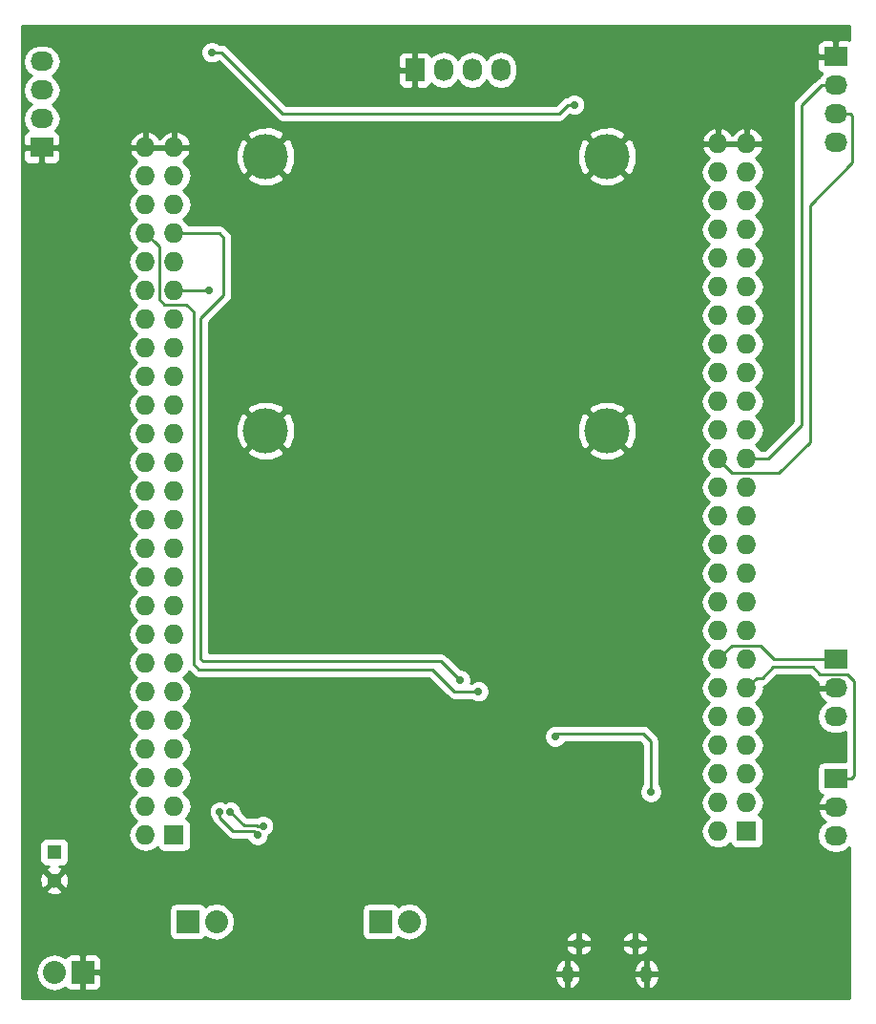
<source format=gbr>
G04 #@! TF.FileFunction,Copper,L2,Bot,Signal*
%FSLAX46Y46*%
G04 Gerber Fmt 4.6, Leading zero omitted, Abs format (unit mm)*
G04 Created by KiCad (PCBNEW 4.0.5) date Thu Apr  6 07:48:33 2017*
%MOMM*%
%LPD*%
G01*
G04 APERTURE LIST*
%ADD10C,0.100000*%
%ADD11R,1.727200X1.727200*%
%ADD12O,1.727200X1.727200*%
%ADD13C,1.300000*%
%ADD14R,1.300000X1.300000*%
%ADD15O,1.250000X0.950000*%
%ADD16O,1.000000X1.550000*%
%ADD17R,2.032000X1.727200*%
%ADD18O,2.032000X1.727200*%
%ADD19R,1.727200X2.032000*%
%ADD20O,1.727200X2.032000*%
%ADD21R,2.032000X2.032000*%
%ADD22O,2.032000X2.032000*%
%ADD23C,4.000000*%
%ADD24C,0.700000*%
%ADD25C,0.250000*%
%ADD26C,0.254000*%
G04 APERTURE END LIST*
D10*
D11*
X101600000Y-110320000D03*
D12*
X99060000Y-110320000D03*
X101600000Y-107780000D03*
X99060000Y-107780000D03*
X101600000Y-105240000D03*
X99060000Y-105240000D03*
X101600000Y-102700000D03*
X99060000Y-102700000D03*
X101600000Y-100160000D03*
X99060000Y-100160000D03*
X101600000Y-97620000D03*
X99060000Y-97620000D03*
X101600000Y-95080000D03*
X99060000Y-95080000D03*
X101600000Y-92540000D03*
X99060000Y-92540000D03*
X101600000Y-90000000D03*
X99060000Y-90000000D03*
X101600000Y-87460000D03*
X99060000Y-87460000D03*
X101600000Y-84920000D03*
X99060000Y-84920000D03*
X101600000Y-82380000D03*
X99060000Y-82380000D03*
X101600000Y-79840000D03*
X99060000Y-79840000D03*
X101600000Y-77300000D03*
X99060000Y-77300000D03*
X101600000Y-74760000D03*
X99060000Y-74760000D03*
X101600000Y-72220000D03*
X99060000Y-72220000D03*
X101600000Y-69680000D03*
X99060000Y-69680000D03*
X101600000Y-67140000D03*
X99060000Y-67140000D03*
X101600000Y-64600000D03*
X99060000Y-64600000D03*
X101600000Y-62060000D03*
X99060000Y-62060000D03*
X101600000Y-59520000D03*
X99060000Y-59520000D03*
X101600000Y-56980000D03*
X99060000Y-56980000D03*
X101600000Y-54440000D03*
X99060000Y-54440000D03*
X101600000Y-51900000D03*
X99060000Y-51900000D03*
X101600000Y-49360000D03*
X99060000Y-49360000D03*
D13*
X90950000Y-114350000D03*
D14*
X90950000Y-111850000D03*
D15*
X137499100Y-119937460D03*
X142499100Y-119937460D03*
D16*
X136499100Y-122637460D03*
X143499100Y-122637460D03*
D11*
X152400000Y-110000000D03*
D12*
X149860000Y-110000000D03*
X152400000Y-107460000D03*
X149860000Y-107460000D03*
X152400000Y-104920000D03*
X149860000Y-104920000D03*
X152400000Y-102380000D03*
X149860000Y-102380000D03*
X152400000Y-99840000D03*
X149860000Y-99840000D03*
X152400000Y-97300000D03*
X149860000Y-97300000D03*
X152400000Y-94760000D03*
X149860000Y-94760000D03*
X152400000Y-92220000D03*
X149860000Y-92220000D03*
X152400000Y-89680000D03*
X149860000Y-89680000D03*
X152400000Y-87140000D03*
X149860000Y-87140000D03*
X152400000Y-84600000D03*
X149860000Y-84600000D03*
X152400000Y-82060000D03*
X149860000Y-82060000D03*
X152400000Y-79520000D03*
X149860000Y-79520000D03*
X152400000Y-76980000D03*
X149860000Y-76980000D03*
X152400000Y-74440000D03*
X149860000Y-74440000D03*
X152400000Y-71900000D03*
X149860000Y-71900000D03*
X152400000Y-69360000D03*
X149860000Y-69360000D03*
X152400000Y-66820000D03*
X149860000Y-66820000D03*
X152400000Y-64280000D03*
X149860000Y-64280000D03*
X152400000Y-61740000D03*
X149860000Y-61740000D03*
X152400000Y-59200000D03*
X149860000Y-59200000D03*
X152400000Y-56660000D03*
X149860000Y-56660000D03*
X152400000Y-54120000D03*
X149860000Y-54120000D03*
X152400000Y-51580000D03*
X149860000Y-51580000D03*
X152400000Y-49040000D03*
X149860000Y-49040000D03*
D17*
X160300000Y-41320000D03*
D18*
X160300000Y-43860000D03*
X160300000Y-46400000D03*
X160300000Y-48940000D03*
D19*
X122960000Y-42500000D03*
D20*
X125500000Y-42500000D03*
X128040000Y-42500000D03*
X130580000Y-42500000D03*
D17*
X89850000Y-49380000D03*
D18*
X89850000Y-46840000D03*
X89850000Y-44300000D03*
X89850000Y-41760000D03*
D21*
X119900000Y-118000000D03*
D22*
X122440000Y-118000000D03*
D21*
X102800000Y-118000000D03*
D22*
X105340000Y-118000000D03*
D17*
X160300000Y-105310000D03*
D18*
X160300000Y-107850000D03*
X160300000Y-110390000D03*
D17*
X160300000Y-94760000D03*
D18*
X160300000Y-97300000D03*
X160300000Y-99840000D03*
D21*
X93500000Y-122500000D03*
D22*
X90960000Y-122500000D03*
D23*
X109695000Y-50169000D03*
X139995000Y-50169000D03*
X139995000Y-74479000D03*
X109695000Y-74479000D03*
D24*
X112545000Y-103819000D03*
X122445000Y-113169000D03*
X114795000Y-100269000D03*
X105595000Y-100469000D03*
X108450000Y-104950000D03*
X115650000Y-109450000D03*
X112450000Y-120450000D03*
X114550000Y-116250000D03*
X110500000Y-116250000D03*
X129600000Y-105000000D03*
X129600000Y-106900000D03*
X95300000Y-98150000D03*
X90950000Y-106250000D03*
X126450000Y-39500000D03*
X93300000Y-38900000D03*
X134450000Y-100950000D03*
X141300000Y-118000000D03*
X129250000Y-120500000D03*
X147050000Y-113500000D03*
X133300000Y-115100000D03*
X147000000Y-105450000D03*
X134800000Y-107300000D03*
X135400000Y-101600000D03*
X143900000Y-106500000D03*
X126950000Y-96600000D03*
X128600000Y-97600000D03*
X104700000Y-62050000D03*
X137100000Y-45600000D03*
X104950000Y-40950000D03*
X106595000Y-108269000D03*
X109495000Y-109519000D03*
X105645000Y-108269000D03*
X108995000Y-110319000D03*
D25*
X135700000Y-101300000D02*
X135400000Y-101600000D01*
X143200000Y-101300000D02*
X135700000Y-101300000D01*
X143900000Y-102000000D02*
X143200000Y-101300000D01*
X143900000Y-106500000D02*
X143900000Y-102000000D01*
X160300000Y-43860000D02*
X159034000Y-43860000D01*
X159034000Y-43860000D02*
X157250000Y-45644000D01*
X157250000Y-45644000D02*
X157250000Y-74000000D01*
X157250000Y-74000000D02*
X154270000Y-76980000D01*
X154270000Y-76980000D02*
X152400000Y-76980000D01*
X160300000Y-46400000D02*
X161566000Y-46400000D01*
X161566000Y-46400000D02*
X161750000Y-46584000D01*
X161750000Y-50750000D02*
X158000000Y-54500000D01*
X161750000Y-46584000D02*
X161750000Y-50750000D01*
X155250000Y-78250000D02*
X151130000Y-78250000D01*
X158000000Y-54500000D02*
X158000000Y-75500000D01*
X158000000Y-75500000D02*
X155250000Y-78250000D01*
X151130000Y-78250000D02*
X149860000Y-76980000D01*
X126950000Y-96600000D02*
X125250000Y-94900000D01*
X125250000Y-94900000D02*
X104150000Y-94900000D01*
X104150000Y-94900000D02*
X103950000Y-94700000D01*
X103950000Y-64500000D02*
X106000000Y-62450000D01*
X103950000Y-94700000D02*
X103950000Y-64500000D01*
X105580000Y-56980000D02*
X101600000Y-56980000D01*
X106000000Y-62450000D02*
X106000000Y-57400000D01*
X106000000Y-57400000D02*
X105580000Y-56980000D01*
X100750000Y-63350000D02*
X100248601Y-62848601D01*
X100248601Y-62848601D02*
X100248601Y-58168601D01*
X100248601Y-58168601D02*
X99923599Y-57843599D01*
X99923599Y-57843599D02*
X99060000Y-56980000D01*
X102700000Y-63350000D02*
X100750000Y-63350000D01*
X103300000Y-63950000D02*
X102700000Y-63350000D01*
X103300000Y-95150000D02*
X103300000Y-63950000D01*
X103800000Y-95650000D02*
X103300000Y-95150000D01*
X124500000Y-95650000D02*
X103800000Y-95650000D01*
X126450000Y-97600000D02*
X124500000Y-95650000D01*
X128600000Y-97600000D02*
X126450000Y-97600000D01*
X161900000Y-105100000D02*
X161690000Y-105310000D01*
X161690000Y-105310000D02*
X160300000Y-105310000D01*
X161900000Y-96700000D02*
X161900000Y-105100000D01*
X161300000Y-96100000D02*
X161900000Y-96700000D01*
X158900000Y-96100000D02*
X161300000Y-96100000D01*
X158250000Y-95450000D02*
X158900000Y-96100000D01*
X154750000Y-95450000D02*
X158250000Y-95450000D01*
X153763599Y-96436401D02*
X154750000Y-95450000D01*
X152400000Y-97300000D02*
X153263599Y-96436401D01*
X153263599Y-96436401D02*
X153763599Y-96436401D01*
X153600000Y-93550000D02*
X154810000Y-94760000D01*
X154810000Y-94760000D02*
X160300000Y-94760000D01*
X151070000Y-93550000D02*
X153600000Y-93550000D01*
X149860000Y-94760000D02*
X151070000Y-93550000D01*
X104700000Y-62050000D02*
X101610000Y-62050000D01*
X101610000Y-62050000D02*
X101600000Y-62060000D01*
X136550000Y-45600000D02*
X137100000Y-45600000D01*
X135750000Y-46400000D02*
X136550000Y-45600000D01*
X111250000Y-46400000D02*
X135750000Y-46400000D01*
X105800000Y-40950000D02*
X111250000Y-46400000D01*
X104950000Y-40950000D02*
X105800000Y-40950000D01*
X107795000Y-109469000D02*
X106595000Y-108269000D01*
X108950026Y-109469000D02*
X107795000Y-109469000D01*
X109495000Y-109519000D02*
X109000026Y-109519000D01*
X109000026Y-109519000D02*
X108950026Y-109469000D01*
X105645000Y-108769000D02*
X105645000Y-108269000D01*
X106845001Y-109969001D02*
X105645000Y-108769000D01*
X108995000Y-110319000D02*
X108645001Y-109969001D01*
X108645001Y-109969001D02*
X106845001Y-109969001D01*
D26*
G36*
X161540000Y-39861865D02*
X161442309Y-39821400D01*
X160585750Y-39821400D01*
X160427000Y-39980150D01*
X160427000Y-41193000D01*
X160447000Y-41193000D01*
X160447000Y-41447000D01*
X160427000Y-41447000D01*
X160427000Y-41467000D01*
X160173000Y-41467000D01*
X160173000Y-41447000D01*
X158807750Y-41447000D01*
X158649000Y-41605750D01*
X158649000Y-42309910D01*
X158745673Y-42543299D01*
X158924302Y-42721927D01*
X159077780Y-42785500D01*
X159055585Y-42800330D01*
X158827968Y-43140983D01*
X158743161Y-43157852D01*
X158496599Y-43322599D01*
X156712599Y-45106599D01*
X156547852Y-45353161D01*
X156490000Y-45644000D01*
X156490000Y-73685198D01*
X153955198Y-76220000D01*
X153689262Y-76220000D01*
X153489029Y-75920330D01*
X153174248Y-75710000D01*
X153489029Y-75499670D01*
X153813885Y-75013489D01*
X153927959Y-74440000D01*
X153813885Y-73866511D01*
X153489029Y-73380330D01*
X153174248Y-73170000D01*
X153489029Y-72959670D01*
X153813885Y-72473489D01*
X153927959Y-71900000D01*
X153813885Y-71326511D01*
X153489029Y-70840330D01*
X153174248Y-70630000D01*
X153489029Y-70419670D01*
X153813885Y-69933489D01*
X153927959Y-69360000D01*
X153813885Y-68786511D01*
X153489029Y-68300330D01*
X153174248Y-68090000D01*
X153489029Y-67879670D01*
X153813885Y-67393489D01*
X153927959Y-66820000D01*
X153813885Y-66246511D01*
X153489029Y-65760330D01*
X153174248Y-65550000D01*
X153489029Y-65339670D01*
X153813885Y-64853489D01*
X153927959Y-64280000D01*
X153813885Y-63706511D01*
X153489029Y-63220330D01*
X153174248Y-63010000D01*
X153489029Y-62799670D01*
X153813885Y-62313489D01*
X153927959Y-61740000D01*
X153813885Y-61166511D01*
X153489029Y-60680330D01*
X153174248Y-60470000D01*
X153489029Y-60259670D01*
X153813885Y-59773489D01*
X153927959Y-59200000D01*
X153813885Y-58626511D01*
X153489029Y-58140330D01*
X153174248Y-57930000D01*
X153489029Y-57719670D01*
X153813885Y-57233489D01*
X153927959Y-56660000D01*
X153813885Y-56086511D01*
X153489029Y-55600330D01*
X153174248Y-55390000D01*
X153489029Y-55179670D01*
X153813885Y-54693489D01*
X153927959Y-54120000D01*
X153813885Y-53546511D01*
X153489029Y-53060330D01*
X153174248Y-52850000D01*
X153489029Y-52639670D01*
X153813885Y-52153489D01*
X153927959Y-51580000D01*
X153813885Y-51006511D01*
X153489029Y-50520330D01*
X153165772Y-50304336D01*
X153288490Y-50246821D01*
X153682688Y-49814947D01*
X153854958Y-49399026D01*
X153733817Y-49167000D01*
X152527000Y-49167000D01*
X152527000Y-49187000D01*
X152273000Y-49187000D01*
X152273000Y-49167000D01*
X149987000Y-49167000D01*
X149987000Y-49187000D01*
X149733000Y-49187000D01*
X149733000Y-49167000D01*
X148526183Y-49167000D01*
X148405042Y-49399026D01*
X148577312Y-49814947D01*
X148971510Y-50246821D01*
X149094228Y-50304336D01*
X148770971Y-50520330D01*
X148446115Y-51006511D01*
X148332041Y-51580000D01*
X148446115Y-52153489D01*
X148770971Y-52639670D01*
X149085752Y-52850000D01*
X148770971Y-53060330D01*
X148446115Y-53546511D01*
X148332041Y-54120000D01*
X148446115Y-54693489D01*
X148770971Y-55179670D01*
X149085752Y-55390000D01*
X148770971Y-55600330D01*
X148446115Y-56086511D01*
X148332041Y-56660000D01*
X148446115Y-57233489D01*
X148770971Y-57719670D01*
X149085752Y-57930000D01*
X148770971Y-58140330D01*
X148446115Y-58626511D01*
X148332041Y-59200000D01*
X148446115Y-59773489D01*
X148770971Y-60259670D01*
X149085752Y-60470000D01*
X148770971Y-60680330D01*
X148446115Y-61166511D01*
X148332041Y-61740000D01*
X148446115Y-62313489D01*
X148770971Y-62799670D01*
X149085752Y-63010000D01*
X148770971Y-63220330D01*
X148446115Y-63706511D01*
X148332041Y-64280000D01*
X148446115Y-64853489D01*
X148770971Y-65339670D01*
X149085752Y-65550000D01*
X148770971Y-65760330D01*
X148446115Y-66246511D01*
X148332041Y-66820000D01*
X148446115Y-67393489D01*
X148770971Y-67879670D01*
X149085752Y-68090000D01*
X148770971Y-68300330D01*
X148446115Y-68786511D01*
X148332041Y-69360000D01*
X148446115Y-69933489D01*
X148770971Y-70419670D01*
X149085752Y-70630000D01*
X148770971Y-70840330D01*
X148446115Y-71326511D01*
X148332041Y-71900000D01*
X148446115Y-72473489D01*
X148770971Y-72959670D01*
X149085752Y-73170000D01*
X148770971Y-73380330D01*
X148446115Y-73866511D01*
X148332041Y-74440000D01*
X148446115Y-75013489D01*
X148770971Y-75499670D01*
X149085752Y-75710000D01*
X148770971Y-75920330D01*
X148446115Y-76406511D01*
X148332041Y-76980000D01*
X148446115Y-77553489D01*
X148770971Y-78039670D01*
X149085752Y-78250000D01*
X148770971Y-78460330D01*
X148446115Y-78946511D01*
X148332041Y-79520000D01*
X148446115Y-80093489D01*
X148770971Y-80579670D01*
X149085752Y-80790000D01*
X148770971Y-81000330D01*
X148446115Y-81486511D01*
X148332041Y-82060000D01*
X148446115Y-82633489D01*
X148770971Y-83119670D01*
X149085752Y-83330000D01*
X148770971Y-83540330D01*
X148446115Y-84026511D01*
X148332041Y-84600000D01*
X148446115Y-85173489D01*
X148770971Y-85659670D01*
X149085752Y-85870000D01*
X148770971Y-86080330D01*
X148446115Y-86566511D01*
X148332041Y-87140000D01*
X148446115Y-87713489D01*
X148770971Y-88199670D01*
X149085752Y-88410000D01*
X148770971Y-88620330D01*
X148446115Y-89106511D01*
X148332041Y-89680000D01*
X148446115Y-90253489D01*
X148770971Y-90739670D01*
X149085752Y-90950000D01*
X148770971Y-91160330D01*
X148446115Y-91646511D01*
X148332041Y-92220000D01*
X148446115Y-92793489D01*
X148770971Y-93279670D01*
X149085752Y-93490000D01*
X148770971Y-93700330D01*
X148446115Y-94186511D01*
X148332041Y-94760000D01*
X148446115Y-95333489D01*
X148770971Y-95819670D01*
X149085752Y-96030000D01*
X148770971Y-96240330D01*
X148446115Y-96726511D01*
X148332041Y-97300000D01*
X148446115Y-97873489D01*
X148770971Y-98359670D01*
X149085752Y-98570000D01*
X148770971Y-98780330D01*
X148446115Y-99266511D01*
X148332041Y-99840000D01*
X148446115Y-100413489D01*
X148770971Y-100899670D01*
X149085752Y-101110000D01*
X148770971Y-101320330D01*
X148446115Y-101806511D01*
X148332041Y-102380000D01*
X148446115Y-102953489D01*
X148770971Y-103439670D01*
X149085752Y-103650000D01*
X148770971Y-103860330D01*
X148446115Y-104346511D01*
X148332041Y-104920000D01*
X148446115Y-105493489D01*
X148770971Y-105979670D01*
X149085752Y-106190000D01*
X148770971Y-106400330D01*
X148446115Y-106886511D01*
X148332041Y-107460000D01*
X148446115Y-108033489D01*
X148770971Y-108519670D01*
X149085752Y-108730000D01*
X148770971Y-108940330D01*
X148446115Y-109426511D01*
X148332041Y-110000000D01*
X148446115Y-110573489D01*
X148770971Y-111059670D01*
X149257152Y-111384526D01*
X149830641Y-111498600D01*
X149889359Y-111498600D01*
X150462848Y-111384526D01*
X150928442Y-111073426D01*
X150933238Y-111098917D01*
X151072310Y-111315041D01*
X151284510Y-111460031D01*
X151536400Y-111511040D01*
X153263600Y-111511040D01*
X153498917Y-111466762D01*
X153715041Y-111327690D01*
X153860031Y-111115490D01*
X153911040Y-110863600D01*
X153911040Y-109136400D01*
X153866762Y-108901083D01*
X153727690Y-108684959D01*
X153515490Y-108539969D01*
X153471869Y-108531136D01*
X153489029Y-108519670D01*
X153813885Y-108033489D01*
X153927959Y-107460000D01*
X153813885Y-106886511D01*
X153489029Y-106400330D01*
X153174248Y-106190000D01*
X153489029Y-105979670D01*
X153813885Y-105493489D01*
X153927959Y-104920000D01*
X153813885Y-104346511D01*
X153489029Y-103860330D01*
X153174248Y-103650000D01*
X153489029Y-103439670D01*
X153813885Y-102953489D01*
X153927959Y-102380000D01*
X153813885Y-101806511D01*
X153489029Y-101320330D01*
X153174248Y-101110000D01*
X153489029Y-100899670D01*
X153813885Y-100413489D01*
X153927959Y-99840000D01*
X153813885Y-99266511D01*
X153489029Y-98780330D01*
X153174248Y-98570000D01*
X153489029Y-98359670D01*
X153813885Y-97873489D01*
X153927959Y-97300000D01*
X153901881Y-97168895D01*
X154054438Y-97138549D01*
X154301000Y-96973802D01*
X155064802Y-96210000D01*
X157935198Y-96210000D01*
X158362599Y-96637401D01*
X158609161Y-96802148D01*
X158741856Y-96828543D01*
X158695291Y-96925209D01*
X158692642Y-96940974D01*
X158813783Y-97173000D01*
X160173000Y-97173000D01*
X160173000Y-97153000D01*
X160427000Y-97153000D01*
X160427000Y-97173000D01*
X160447000Y-97173000D01*
X160447000Y-97427000D01*
X160427000Y-97427000D01*
X160427000Y-97447000D01*
X160173000Y-97447000D01*
X160173000Y-97427000D01*
X158813783Y-97427000D01*
X158692642Y-97659026D01*
X158695291Y-97674791D01*
X158949268Y-98202036D01*
X159365069Y-98573539D01*
X159055585Y-98780330D01*
X158730729Y-99266511D01*
X158616655Y-99840000D01*
X158730729Y-100413489D01*
X159055585Y-100899670D01*
X159541766Y-101224526D01*
X160115255Y-101338600D01*
X160484745Y-101338600D01*
X161058234Y-101224526D01*
X161140000Y-101169892D01*
X161140000Y-103798960D01*
X159284000Y-103798960D01*
X159048683Y-103843238D01*
X158832559Y-103982310D01*
X158687569Y-104194510D01*
X158636560Y-104446400D01*
X158636560Y-106173600D01*
X158680838Y-106408917D01*
X158819910Y-106625041D01*
X159032110Y-106770031D01*
X159126927Y-106789232D01*
X158949268Y-106947964D01*
X158695291Y-107475209D01*
X158692642Y-107490974D01*
X158813783Y-107723000D01*
X160173000Y-107723000D01*
X160173000Y-107703000D01*
X160427000Y-107703000D01*
X160427000Y-107723000D01*
X160447000Y-107723000D01*
X160447000Y-107977000D01*
X160427000Y-107977000D01*
X160427000Y-107997000D01*
X160173000Y-107997000D01*
X160173000Y-107977000D01*
X158813783Y-107977000D01*
X158692642Y-108209026D01*
X158695291Y-108224791D01*
X158949268Y-108752036D01*
X159365069Y-109123539D01*
X159055585Y-109330330D01*
X158730729Y-109816511D01*
X158616655Y-110390000D01*
X158730729Y-110963489D01*
X159055585Y-111449670D01*
X159541766Y-111774526D01*
X160115255Y-111888600D01*
X160484745Y-111888600D01*
X161058234Y-111774526D01*
X161540000Y-111452620D01*
X161540000Y-124790000D01*
X88127000Y-124790000D01*
X88127000Y-122467655D01*
X89309000Y-122467655D01*
X89309000Y-122532345D01*
X89434675Y-123164155D01*
X89792567Y-123699778D01*
X90328190Y-124057670D01*
X90960000Y-124183345D01*
X91591810Y-124057670D01*
X91928001Y-123833034D01*
X91945673Y-123875698D01*
X92124301Y-124054327D01*
X92357690Y-124151000D01*
X93214250Y-124151000D01*
X93373000Y-123992250D01*
X93373000Y-122627000D01*
X93627000Y-122627000D01*
X93627000Y-123992250D01*
X93785750Y-124151000D01*
X94642310Y-124151000D01*
X94875699Y-124054327D01*
X95054327Y-123875698D01*
X95151000Y-123642309D01*
X95151000Y-122785750D01*
X95129710Y-122764460D01*
X135364100Y-122764460D01*
X135364100Y-123039460D01*
X135499098Y-123464138D01*
X135786337Y-123804828D01*
X136197226Y-124006579D01*
X136372100Y-123880414D01*
X136372100Y-122764460D01*
X136626100Y-122764460D01*
X136626100Y-123880414D01*
X136800974Y-124006579D01*
X137211863Y-123804828D01*
X137499102Y-123464138D01*
X137634100Y-123039460D01*
X137634100Y-122764460D01*
X142364100Y-122764460D01*
X142364100Y-123039460D01*
X142499098Y-123464138D01*
X142786337Y-123804828D01*
X143197226Y-124006579D01*
X143372100Y-123880414D01*
X143372100Y-122764460D01*
X143626100Y-122764460D01*
X143626100Y-123880414D01*
X143800974Y-124006579D01*
X144211863Y-123804828D01*
X144499102Y-123464138D01*
X144634100Y-123039460D01*
X144634100Y-122764460D01*
X143626100Y-122764460D01*
X143372100Y-122764460D01*
X142364100Y-122764460D01*
X137634100Y-122764460D01*
X136626100Y-122764460D01*
X136372100Y-122764460D01*
X135364100Y-122764460D01*
X95129710Y-122764460D01*
X94992250Y-122627000D01*
X93627000Y-122627000D01*
X93373000Y-122627000D01*
X93353000Y-122627000D01*
X93353000Y-122373000D01*
X93373000Y-122373000D01*
X93373000Y-121007750D01*
X93627000Y-121007750D01*
X93627000Y-122373000D01*
X94992250Y-122373000D01*
X95129790Y-122235460D01*
X135364100Y-122235460D01*
X135364100Y-122510460D01*
X136372100Y-122510460D01*
X136372100Y-121394506D01*
X136626100Y-121394506D01*
X136626100Y-122510460D01*
X137634100Y-122510460D01*
X137634100Y-122235460D01*
X142364100Y-122235460D01*
X142364100Y-122510460D01*
X143372100Y-122510460D01*
X143372100Y-121394506D01*
X143626100Y-121394506D01*
X143626100Y-122510460D01*
X144634100Y-122510460D01*
X144634100Y-122235460D01*
X144499102Y-121810782D01*
X144211863Y-121470092D01*
X143800974Y-121268341D01*
X143626100Y-121394506D01*
X143372100Y-121394506D01*
X143197226Y-121268341D01*
X142786337Y-121470092D01*
X142499098Y-121810782D01*
X142364100Y-122235460D01*
X137634100Y-122235460D01*
X137499102Y-121810782D01*
X137211863Y-121470092D01*
X136800974Y-121268341D01*
X136626100Y-121394506D01*
X136372100Y-121394506D01*
X136197226Y-121268341D01*
X135786337Y-121470092D01*
X135499098Y-121810782D01*
X135364100Y-122235460D01*
X95129790Y-122235460D01*
X95151000Y-122214250D01*
X95151000Y-121357691D01*
X95054327Y-121124302D01*
X94875699Y-120945673D01*
X94642310Y-120849000D01*
X93785750Y-120849000D01*
X93627000Y-121007750D01*
X93373000Y-121007750D01*
X93214250Y-120849000D01*
X92357690Y-120849000D01*
X92124301Y-120945673D01*
X91945673Y-121124302D01*
X91928001Y-121166966D01*
X91591810Y-120942330D01*
X90960000Y-120816655D01*
X90328190Y-120942330D01*
X89792567Y-121300222D01*
X89434675Y-121835845D01*
X89309000Y-122467655D01*
X88127000Y-122467655D01*
X88127000Y-120235398D01*
X136279832Y-120235398D01*
X136463548Y-120609281D01*
X136788051Y-120897028D01*
X137197969Y-121038689D01*
X137372100Y-120890023D01*
X137372100Y-120064460D01*
X137626100Y-120064460D01*
X137626100Y-120890023D01*
X137800231Y-121038689D01*
X138210149Y-120897028D01*
X138534652Y-120609281D01*
X138718368Y-120235398D01*
X141279832Y-120235398D01*
X141463548Y-120609281D01*
X141788051Y-120897028D01*
X142197969Y-121038689D01*
X142372100Y-120890023D01*
X142372100Y-120064460D01*
X142626100Y-120064460D01*
X142626100Y-120890023D01*
X142800231Y-121038689D01*
X143210149Y-120897028D01*
X143534652Y-120609281D01*
X143718368Y-120235398D01*
X143591834Y-120064460D01*
X142626100Y-120064460D01*
X142372100Y-120064460D01*
X141406366Y-120064460D01*
X141279832Y-120235398D01*
X138718368Y-120235398D01*
X138591834Y-120064460D01*
X137626100Y-120064460D01*
X137372100Y-120064460D01*
X136406366Y-120064460D01*
X136279832Y-120235398D01*
X88127000Y-120235398D01*
X88127000Y-116984000D01*
X101136560Y-116984000D01*
X101136560Y-119016000D01*
X101180838Y-119251317D01*
X101319910Y-119467441D01*
X101532110Y-119612431D01*
X101784000Y-119663440D01*
X103816000Y-119663440D01*
X104051317Y-119619162D01*
X104267441Y-119480090D01*
X104369198Y-119331163D01*
X104708190Y-119557670D01*
X105340000Y-119683345D01*
X105971810Y-119557670D01*
X106507433Y-119199778D01*
X106865325Y-118664155D01*
X106991000Y-118032345D01*
X106991000Y-117967655D01*
X106865325Y-117335845D01*
X106630230Y-116984000D01*
X118236560Y-116984000D01*
X118236560Y-119016000D01*
X118280838Y-119251317D01*
X118419910Y-119467441D01*
X118632110Y-119612431D01*
X118884000Y-119663440D01*
X120916000Y-119663440D01*
X121151317Y-119619162D01*
X121367441Y-119480090D01*
X121469198Y-119331163D01*
X121808190Y-119557670D01*
X122440000Y-119683345D01*
X122660312Y-119639522D01*
X136279832Y-119639522D01*
X136406366Y-119810460D01*
X137372100Y-119810460D01*
X137372100Y-118984897D01*
X137626100Y-118984897D01*
X137626100Y-119810460D01*
X138591834Y-119810460D01*
X138718368Y-119639522D01*
X141279832Y-119639522D01*
X141406366Y-119810460D01*
X142372100Y-119810460D01*
X142372100Y-118984897D01*
X142626100Y-118984897D01*
X142626100Y-119810460D01*
X143591834Y-119810460D01*
X143718368Y-119639522D01*
X143534652Y-119265639D01*
X143210149Y-118977892D01*
X142800231Y-118836231D01*
X142626100Y-118984897D01*
X142372100Y-118984897D01*
X142197969Y-118836231D01*
X141788051Y-118977892D01*
X141463548Y-119265639D01*
X141279832Y-119639522D01*
X138718368Y-119639522D01*
X138534652Y-119265639D01*
X138210149Y-118977892D01*
X137800231Y-118836231D01*
X137626100Y-118984897D01*
X137372100Y-118984897D01*
X137197969Y-118836231D01*
X136788051Y-118977892D01*
X136463548Y-119265639D01*
X136279832Y-119639522D01*
X122660312Y-119639522D01*
X123071810Y-119557670D01*
X123607433Y-119199778D01*
X123965325Y-118664155D01*
X124091000Y-118032345D01*
X124091000Y-117967655D01*
X123965325Y-117335845D01*
X123607433Y-116800222D01*
X123071810Y-116442330D01*
X122440000Y-116316655D01*
X121808190Y-116442330D01*
X121468208Y-116669499D01*
X121380090Y-116532559D01*
X121167890Y-116387569D01*
X120916000Y-116336560D01*
X118884000Y-116336560D01*
X118648683Y-116380838D01*
X118432559Y-116519910D01*
X118287569Y-116732110D01*
X118236560Y-116984000D01*
X106630230Y-116984000D01*
X106507433Y-116800222D01*
X105971810Y-116442330D01*
X105340000Y-116316655D01*
X104708190Y-116442330D01*
X104368208Y-116669499D01*
X104280090Y-116532559D01*
X104067890Y-116387569D01*
X103816000Y-116336560D01*
X101784000Y-116336560D01*
X101548683Y-116380838D01*
X101332559Y-116519910D01*
X101187569Y-116732110D01*
X101136560Y-116984000D01*
X88127000Y-116984000D01*
X88127000Y-115249016D01*
X90230590Y-115249016D01*
X90286271Y-115479611D01*
X90769078Y-115647622D01*
X91279428Y-115618083D01*
X91613729Y-115479611D01*
X91669410Y-115249016D01*
X90950000Y-114529605D01*
X90230590Y-115249016D01*
X88127000Y-115249016D01*
X88127000Y-114169078D01*
X89652378Y-114169078D01*
X89681917Y-114679428D01*
X89820389Y-115013729D01*
X90050984Y-115069410D01*
X90770395Y-114350000D01*
X91129605Y-114350000D01*
X91849016Y-115069410D01*
X92079611Y-115013729D01*
X92247622Y-114530922D01*
X92218083Y-114020572D01*
X92079611Y-113686271D01*
X91849016Y-113630590D01*
X91129605Y-114350000D01*
X90770395Y-114350000D01*
X90050984Y-113630590D01*
X89820389Y-113686271D01*
X89652378Y-114169078D01*
X88127000Y-114169078D01*
X88127000Y-111200000D01*
X89652560Y-111200000D01*
X89652560Y-112500000D01*
X89696838Y-112735317D01*
X89835910Y-112951441D01*
X90048110Y-113096431D01*
X90300000Y-113147440D01*
X90462385Y-113147440D01*
X90286271Y-113220389D01*
X90230590Y-113450984D01*
X90950000Y-114170395D01*
X91669410Y-113450984D01*
X91613729Y-113220389D01*
X91404098Y-113147440D01*
X91600000Y-113147440D01*
X91835317Y-113103162D01*
X92051441Y-112964090D01*
X92196431Y-112751890D01*
X92247440Y-112500000D01*
X92247440Y-111200000D01*
X92203162Y-110964683D01*
X92064090Y-110748559D01*
X91851890Y-110603569D01*
X91600000Y-110552560D01*
X90300000Y-110552560D01*
X90064683Y-110596838D01*
X89848559Y-110735910D01*
X89703569Y-110948110D01*
X89652560Y-111200000D01*
X88127000Y-111200000D01*
X88127000Y-51900000D01*
X97532041Y-51900000D01*
X97646115Y-52473489D01*
X97970971Y-52959670D01*
X98285752Y-53170000D01*
X97970971Y-53380330D01*
X97646115Y-53866511D01*
X97532041Y-54440000D01*
X97646115Y-55013489D01*
X97970971Y-55499670D01*
X98285752Y-55710000D01*
X97970971Y-55920330D01*
X97646115Y-56406511D01*
X97532041Y-56980000D01*
X97646115Y-57553489D01*
X97970971Y-58039670D01*
X98285752Y-58250000D01*
X97970971Y-58460330D01*
X97646115Y-58946511D01*
X97532041Y-59520000D01*
X97646115Y-60093489D01*
X97970971Y-60579670D01*
X98285752Y-60790000D01*
X97970971Y-61000330D01*
X97646115Y-61486511D01*
X97532041Y-62060000D01*
X97646115Y-62633489D01*
X97970971Y-63119670D01*
X98285752Y-63330000D01*
X97970971Y-63540330D01*
X97646115Y-64026511D01*
X97532041Y-64600000D01*
X97646115Y-65173489D01*
X97970971Y-65659670D01*
X98285752Y-65870000D01*
X97970971Y-66080330D01*
X97646115Y-66566511D01*
X97532041Y-67140000D01*
X97646115Y-67713489D01*
X97970971Y-68199670D01*
X98285752Y-68410000D01*
X97970971Y-68620330D01*
X97646115Y-69106511D01*
X97532041Y-69680000D01*
X97646115Y-70253489D01*
X97970971Y-70739670D01*
X98285752Y-70950000D01*
X97970971Y-71160330D01*
X97646115Y-71646511D01*
X97532041Y-72220000D01*
X97646115Y-72793489D01*
X97970971Y-73279670D01*
X98285752Y-73490000D01*
X97970971Y-73700330D01*
X97646115Y-74186511D01*
X97532041Y-74760000D01*
X97646115Y-75333489D01*
X97970971Y-75819670D01*
X98285752Y-76030000D01*
X97970971Y-76240330D01*
X97646115Y-76726511D01*
X97532041Y-77300000D01*
X97646115Y-77873489D01*
X97970971Y-78359670D01*
X98285752Y-78570000D01*
X97970971Y-78780330D01*
X97646115Y-79266511D01*
X97532041Y-79840000D01*
X97646115Y-80413489D01*
X97970971Y-80899670D01*
X98285752Y-81110000D01*
X97970971Y-81320330D01*
X97646115Y-81806511D01*
X97532041Y-82380000D01*
X97646115Y-82953489D01*
X97970971Y-83439670D01*
X98285752Y-83650000D01*
X97970971Y-83860330D01*
X97646115Y-84346511D01*
X97532041Y-84920000D01*
X97646115Y-85493489D01*
X97970971Y-85979670D01*
X98285752Y-86190000D01*
X97970971Y-86400330D01*
X97646115Y-86886511D01*
X97532041Y-87460000D01*
X97646115Y-88033489D01*
X97970971Y-88519670D01*
X98285752Y-88730000D01*
X97970971Y-88940330D01*
X97646115Y-89426511D01*
X97532041Y-90000000D01*
X97646115Y-90573489D01*
X97970971Y-91059670D01*
X98285752Y-91270000D01*
X97970971Y-91480330D01*
X97646115Y-91966511D01*
X97532041Y-92540000D01*
X97646115Y-93113489D01*
X97970971Y-93599670D01*
X98285752Y-93810000D01*
X97970971Y-94020330D01*
X97646115Y-94506511D01*
X97532041Y-95080000D01*
X97646115Y-95653489D01*
X97970971Y-96139670D01*
X98285752Y-96350000D01*
X97970971Y-96560330D01*
X97646115Y-97046511D01*
X97532041Y-97620000D01*
X97646115Y-98193489D01*
X97970971Y-98679670D01*
X98285752Y-98890000D01*
X97970971Y-99100330D01*
X97646115Y-99586511D01*
X97532041Y-100160000D01*
X97646115Y-100733489D01*
X97970971Y-101219670D01*
X98285752Y-101430000D01*
X97970971Y-101640330D01*
X97646115Y-102126511D01*
X97532041Y-102700000D01*
X97646115Y-103273489D01*
X97970971Y-103759670D01*
X98285752Y-103970000D01*
X97970971Y-104180330D01*
X97646115Y-104666511D01*
X97532041Y-105240000D01*
X97646115Y-105813489D01*
X97970971Y-106299670D01*
X98285752Y-106510000D01*
X97970971Y-106720330D01*
X97646115Y-107206511D01*
X97532041Y-107780000D01*
X97646115Y-108353489D01*
X97970971Y-108839670D01*
X98285752Y-109050000D01*
X97970971Y-109260330D01*
X97646115Y-109746511D01*
X97532041Y-110320000D01*
X97646115Y-110893489D01*
X97970971Y-111379670D01*
X98457152Y-111704526D01*
X99030641Y-111818600D01*
X99089359Y-111818600D01*
X99662848Y-111704526D01*
X100128442Y-111393426D01*
X100133238Y-111418917D01*
X100272310Y-111635041D01*
X100484510Y-111780031D01*
X100736400Y-111831040D01*
X102463600Y-111831040D01*
X102698917Y-111786762D01*
X102915041Y-111647690D01*
X103060031Y-111435490D01*
X103111040Y-111183600D01*
X103111040Y-109456400D01*
X103066762Y-109221083D01*
X102927690Y-109004959D01*
X102715490Y-108859969D01*
X102671869Y-108851136D01*
X102689029Y-108839670D01*
X102939997Y-108464069D01*
X104659830Y-108464069D01*
X104809471Y-108826229D01*
X104918012Y-108934959D01*
X104942852Y-109059839D01*
X105107599Y-109306401D01*
X106307600Y-110506402D01*
X106554162Y-110671149D01*
X106845001Y-110729001D01*
X108098638Y-110729001D01*
X108159471Y-110876229D01*
X108436314Y-111153555D01*
X108798212Y-111303828D01*
X109190069Y-111304170D01*
X109552229Y-111154529D01*
X109829555Y-110877686D01*
X109979828Y-110515788D01*
X109979943Y-110384397D01*
X110052229Y-110354529D01*
X110329555Y-110077686D01*
X110479828Y-109715788D01*
X110480170Y-109323931D01*
X110330529Y-108961771D01*
X110053686Y-108684445D01*
X109691788Y-108534172D01*
X109299931Y-108533830D01*
X108937771Y-108683471D01*
X108912197Y-108709000D01*
X108109802Y-108709000D01*
X107580078Y-108179276D01*
X107580170Y-108073931D01*
X107430529Y-107711771D01*
X107153686Y-107434445D01*
X106791788Y-107284172D01*
X106399931Y-107283830D01*
X106119758Y-107399595D01*
X105841788Y-107284172D01*
X105449931Y-107283830D01*
X105087771Y-107433471D01*
X104810445Y-107710314D01*
X104660172Y-108072212D01*
X104659830Y-108464069D01*
X102939997Y-108464069D01*
X103013885Y-108353489D01*
X103127959Y-107780000D01*
X103013885Y-107206511D01*
X102689029Y-106720330D01*
X102374248Y-106510000D01*
X102689029Y-106299670D01*
X103013885Y-105813489D01*
X103127959Y-105240000D01*
X103013885Y-104666511D01*
X102689029Y-104180330D01*
X102374248Y-103970000D01*
X102689029Y-103759670D01*
X103013885Y-103273489D01*
X103127959Y-102700000D01*
X103013885Y-102126511D01*
X102792423Y-101795069D01*
X134414830Y-101795069D01*
X134564471Y-102157229D01*
X134841314Y-102434555D01*
X135203212Y-102584828D01*
X135595069Y-102585170D01*
X135957229Y-102435529D01*
X136234555Y-102158686D01*
X136275533Y-102060000D01*
X142885198Y-102060000D01*
X143140000Y-102314803D01*
X143140000Y-105866889D01*
X143065445Y-105941314D01*
X142915172Y-106303212D01*
X142914830Y-106695069D01*
X143064471Y-107057229D01*
X143341314Y-107334555D01*
X143703212Y-107484828D01*
X144095069Y-107485170D01*
X144457229Y-107335529D01*
X144734555Y-107058686D01*
X144884828Y-106696788D01*
X144885170Y-106304931D01*
X144735529Y-105942771D01*
X144660000Y-105867110D01*
X144660000Y-102000000D01*
X144602148Y-101709161D01*
X144492143Y-101544526D01*
X144437401Y-101462598D01*
X143737401Y-100762599D01*
X143490839Y-100597852D01*
X143200000Y-100540000D01*
X135700000Y-100540000D01*
X135409161Y-100597852D01*
X135383518Y-100614986D01*
X135204931Y-100614830D01*
X134842771Y-100764471D01*
X134565445Y-101041314D01*
X134415172Y-101403212D01*
X134414830Y-101795069D01*
X102792423Y-101795069D01*
X102689029Y-101640330D01*
X102374248Y-101430000D01*
X102689029Y-101219670D01*
X103013885Y-100733489D01*
X103127959Y-100160000D01*
X103013885Y-99586511D01*
X102689029Y-99100330D01*
X102374248Y-98890000D01*
X102689029Y-98679670D01*
X103013885Y-98193489D01*
X103127959Y-97620000D01*
X103013885Y-97046511D01*
X102689029Y-96560330D01*
X102374248Y-96350000D01*
X102689029Y-96139670D01*
X102899651Y-95824453D01*
X103262599Y-96187401D01*
X103509161Y-96352148D01*
X103800000Y-96410000D01*
X124185198Y-96410000D01*
X125912599Y-98137401D01*
X126159160Y-98302148D01*
X126207414Y-98311746D01*
X126450000Y-98360000D01*
X127966889Y-98360000D01*
X128041314Y-98434555D01*
X128403212Y-98584828D01*
X128795069Y-98585170D01*
X129157229Y-98435529D01*
X129434555Y-98158686D01*
X129584828Y-97796788D01*
X129585170Y-97404931D01*
X129435529Y-97042771D01*
X129158686Y-96765445D01*
X128796788Y-96615172D01*
X128404931Y-96614830D01*
X128042771Y-96764471D01*
X127967110Y-96840000D01*
X127916885Y-96840000D01*
X127934828Y-96796788D01*
X127935170Y-96404931D01*
X127785529Y-96042771D01*
X127508686Y-95765445D01*
X127146788Y-95615172D01*
X127039881Y-95615079D01*
X125787401Y-94362599D01*
X125540839Y-94197852D01*
X125250000Y-94140000D01*
X104710000Y-94140000D01*
X104710000Y-76354022D01*
X107999584Y-76354022D01*
X108220353Y-76724743D01*
X109192012Y-77118119D01*
X110240247Y-77109713D01*
X111169647Y-76724743D01*
X111390416Y-76354022D01*
X138299584Y-76354022D01*
X138520353Y-76724743D01*
X139492012Y-77118119D01*
X140540247Y-77109713D01*
X141469647Y-76724743D01*
X141690416Y-76354022D01*
X139995000Y-74658605D01*
X138299584Y-76354022D01*
X111390416Y-76354022D01*
X109695000Y-74658605D01*
X107999584Y-76354022D01*
X104710000Y-76354022D01*
X104710000Y-73976012D01*
X107055881Y-73976012D01*
X107064287Y-75024247D01*
X107449257Y-75953647D01*
X107819978Y-76174416D01*
X109515395Y-74479000D01*
X109874605Y-74479000D01*
X111570022Y-76174416D01*
X111940743Y-75953647D01*
X112334119Y-74981988D01*
X112326052Y-73976012D01*
X137355881Y-73976012D01*
X137364287Y-75024247D01*
X137749257Y-75953647D01*
X138119978Y-76174416D01*
X139815395Y-74479000D01*
X140174605Y-74479000D01*
X141870022Y-76174416D01*
X142240743Y-75953647D01*
X142634119Y-74981988D01*
X142625713Y-73933753D01*
X142240743Y-73004353D01*
X141870022Y-72783584D01*
X140174605Y-74479000D01*
X139815395Y-74479000D01*
X138119978Y-72783584D01*
X137749257Y-73004353D01*
X137355881Y-73976012D01*
X112326052Y-73976012D01*
X112325713Y-73933753D01*
X111940743Y-73004353D01*
X111570022Y-72783584D01*
X109874605Y-74479000D01*
X109515395Y-74479000D01*
X107819978Y-72783584D01*
X107449257Y-73004353D01*
X107055881Y-73976012D01*
X104710000Y-73976012D01*
X104710000Y-72603978D01*
X107999584Y-72603978D01*
X109695000Y-74299395D01*
X111390416Y-72603978D01*
X138299584Y-72603978D01*
X139995000Y-74299395D01*
X141690416Y-72603978D01*
X141469647Y-72233257D01*
X140497988Y-71839881D01*
X139449753Y-71848287D01*
X138520353Y-72233257D01*
X138299584Y-72603978D01*
X111390416Y-72603978D01*
X111169647Y-72233257D01*
X110197988Y-71839881D01*
X109149753Y-71848287D01*
X108220353Y-72233257D01*
X107999584Y-72603978D01*
X104710000Y-72603978D01*
X104710000Y-64814802D01*
X106537401Y-62987401D01*
X106702148Y-62740839D01*
X106760000Y-62450000D01*
X106760000Y-57400000D01*
X106702148Y-57109161D01*
X106537401Y-56862599D01*
X106117401Y-56442599D01*
X105870839Y-56277852D01*
X105580000Y-56220000D01*
X102889262Y-56220000D01*
X102689029Y-55920330D01*
X102374248Y-55710000D01*
X102689029Y-55499670D01*
X103013885Y-55013489D01*
X103127959Y-54440000D01*
X103013885Y-53866511D01*
X102689029Y-53380330D01*
X102374248Y-53170000D01*
X102689029Y-52959670D01*
X103013885Y-52473489D01*
X103099311Y-52044022D01*
X107999584Y-52044022D01*
X108220353Y-52414743D01*
X109192012Y-52808119D01*
X110240247Y-52799713D01*
X111169647Y-52414743D01*
X111390416Y-52044022D01*
X138299584Y-52044022D01*
X138520353Y-52414743D01*
X139492012Y-52808119D01*
X140540247Y-52799713D01*
X141469647Y-52414743D01*
X141690416Y-52044022D01*
X139995000Y-50348605D01*
X138299584Y-52044022D01*
X111390416Y-52044022D01*
X109695000Y-50348605D01*
X107999584Y-52044022D01*
X103099311Y-52044022D01*
X103127959Y-51900000D01*
X103013885Y-51326511D01*
X102689029Y-50840330D01*
X102365772Y-50624336D01*
X102488490Y-50566821D01*
X102882688Y-50134947D01*
X103054958Y-49719026D01*
X103027280Y-49666012D01*
X107055881Y-49666012D01*
X107064287Y-50714247D01*
X107449257Y-51643647D01*
X107819978Y-51864416D01*
X109515395Y-50169000D01*
X109874605Y-50169000D01*
X111570022Y-51864416D01*
X111940743Y-51643647D01*
X112334119Y-50671988D01*
X112326052Y-49666012D01*
X137355881Y-49666012D01*
X137364287Y-50714247D01*
X137749257Y-51643647D01*
X138119978Y-51864416D01*
X139815395Y-50169000D01*
X140174605Y-50169000D01*
X141870022Y-51864416D01*
X142240743Y-51643647D01*
X142634119Y-50671988D01*
X142625713Y-49623753D01*
X142240743Y-48694353D01*
X142218277Y-48680974D01*
X148405042Y-48680974D01*
X148526183Y-48913000D01*
X149733000Y-48913000D01*
X149733000Y-47705531D01*
X149987000Y-47705531D01*
X149987000Y-48913000D01*
X152273000Y-48913000D01*
X152273000Y-47705531D01*
X152527000Y-47705531D01*
X152527000Y-48913000D01*
X153733817Y-48913000D01*
X153854958Y-48680974D01*
X153682688Y-48265053D01*
X153288490Y-47833179D01*
X152759027Y-47585032D01*
X152527000Y-47705531D01*
X152273000Y-47705531D01*
X152040973Y-47585032D01*
X151511510Y-47833179D01*
X151130000Y-48251152D01*
X150748490Y-47833179D01*
X150219027Y-47585032D01*
X149987000Y-47705531D01*
X149733000Y-47705531D01*
X149500973Y-47585032D01*
X148971510Y-47833179D01*
X148577312Y-48265053D01*
X148405042Y-48680974D01*
X142218277Y-48680974D01*
X141870022Y-48473584D01*
X140174605Y-50169000D01*
X139815395Y-50169000D01*
X138119978Y-48473584D01*
X137749257Y-48694353D01*
X137355881Y-49666012D01*
X112326052Y-49666012D01*
X112325713Y-49623753D01*
X111940743Y-48694353D01*
X111570022Y-48473584D01*
X109874605Y-50169000D01*
X109515395Y-50169000D01*
X107819978Y-48473584D01*
X107449257Y-48694353D01*
X107055881Y-49666012D01*
X103027280Y-49666012D01*
X102933817Y-49487000D01*
X101727000Y-49487000D01*
X101727000Y-49507000D01*
X101473000Y-49507000D01*
X101473000Y-49487000D01*
X99187000Y-49487000D01*
X99187000Y-49507000D01*
X98933000Y-49507000D01*
X98933000Y-49487000D01*
X97726183Y-49487000D01*
X97605042Y-49719026D01*
X97777312Y-50134947D01*
X98171510Y-50566821D01*
X98294228Y-50624336D01*
X97970971Y-50840330D01*
X97646115Y-51326511D01*
X97532041Y-51900000D01*
X88127000Y-51900000D01*
X88127000Y-49665750D01*
X88199000Y-49665750D01*
X88199000Y-50369910D01*
X88295673Y-50603299D01*
X88474302Y-50781927D01*
X88707691Y-50878600D01*
X89564250Y-50878600D01*
X89723000Y-50719850D01*
X89723000Y-49507000D01*
X89977000Y-49507000D01*
X89977000Y-50719850D01*
X90135750Y-50878600D01*
X90992309Y-50878600D01*
X91225698Y-50781927D01*
X91404327Y-50603299D01*
X91501000Y-50369910D01*
X91501000Y-49665750D01*
X91342250Y-49507000D01*
X89977000Y-49507000D01*
X89723000Y-49507000D01*
X88357750Y-49507000D01*
X88199000Y-49665750D01*
X88127000Y-49665750D01*
X88127000Y-41760000D01*
X88166655Y-41760000D01*
X88280729Y-42333489D01*
X88605585Y-42819670D01*
X88920366Y-43030000D01*
X88605585Y-43240330D01*
X88280729Y-43726511D01*
X88166655Y-44300000D01*
X88280729Y-44873489D01*
X88605585Y-45359670D01*
X88920366Y-45570000D01*
X88605585Y-45780330D01*
X88280729Y-46266511D01*
X88166655Y-46840000D01*
X88280729Y-47413489D01*
X88605585Y-47899670D01*
X88627780Y-47914500D01*
X88474302Y-47978073D01*
X88295673Y-48156701D01*
X88199000Y-48390090D01*
X88199000Y-49094250D01*
X88357750Y-49253000D01*
X89723000Y-49253000D01*
X89723000Y-49233000D01*
X89977000Y-49233000D01*
X89977000Y-49253000D01*
X91342250Y-49253000D01*
X91501000Y-49094250D01*
X91501000Y-49000974D01*
X97605042Y-49000974D01*
X97726183Y-49233000D01*
X98933000Y-49233000D01*
X98933000Y-48025531D01*
X99187000Y-48025531D01*
X99187000Y-49233000D01*
X101473000Y-49233000D01*
X101473000Y-48025531D01*
X101727000Y-48025531D01*
X101727000Y-49233000D01*
X102933817Y-49233000D01*
X103054958Y-49000974D01*
X102882688Y-48585053D01*
X102617006Y-48293978D01*
X107999584Y-48293978D01*
X109695000Y-49989395D01*
X111390416Y-48293978D01*
X138299584Y-48293978D01*
X139995000Y-49989395D01*
X141690416Y-48293978D01*
X141469647Y-47923257D01*
X140497988Y-47529881D01*
X139449753Y-47538287D01*
X138520353Y-47923257D01*
X138299584Y-48293978D01*
X111390416Y-48293978D01*
X111169647Y-47923257D01*
X110197988Y-47529881D01*
X109149753Y-47538287D01*
X108220353Y-47923257D01*
X107999584Y-48293978D01*
X102617006Y-48293978D01*
X102488490Y-48153179D01*
X101959027Y-47905032D01*
X101727000Y-48025531D01*
X101473000Y-48025531D01*
X101240973Y-47905032D01*
X100711510Y-48153179D01*
X100330000Y-48571152D01*
X99948490Y-48153179D01*
X99419027Y-47905032D01*
X99187000Y-48025531D01*
X98933000Y-48025531D01*
X98700973Y-47905032D01*
X98171510Y-48153179D01*
X97777312Y-48585053D01*
X97605042Y-49000974D01*
X91501000Y-49000974D01*
X91501000Y-48390090D01*
X91404327Y-48156701D01*
X91225698Y-47978073D01*
X91072220Y-47914500D01*
X91094415Y-47899670D01*
X91419271Y-47413489D01*
X91533345Y-46840000D01*
X91419271Y-46266511D01*
X91094415Y-45780330D01*
X90779634Y-45570000D01*
X91094415Y-45359670D01*
X91419271Y-44873489D01*
X91533345Y-44300000D01*
X91419271Y-43726511D01*
X91094415Y-43240330D01*
X90779634Y-43030000D01*
X91094415Y-42819670D01*
X91419271Y-42333489D01*
X91533345Y-41760000D01*
X91419271Y-41186511D01*
X91391581Y-41145069D01*
X103964830Y-41145069D01*
X104114471Y-41507229D01*
X104391314Y-41784555D01*
X104753212Y-41934828D01*
X105145069Y-41935170D01*
X105507229Y-41785529D01*
X105534001Y-41758803D01*
X110712599Y-46937401D01*
X110959161Y-47102148D01*
X111250000Y-47160000D01*
X135750000Y-47160000D01*
X136040839Y-47102148D01*
X136287401Y-46937401D01*
X136717209Y-46507593D01*
X136903212Y-46584828D01*
X137295069Y-46585170D01*
X137657229Y-46435529D01*
X137934555Y-46158686D01*
X138084828Y-45796788D01*
X138085170Y-45404931D01*
X137935529Y-45042771D01*
X137658686Y-44765445D01*
X137296788Y-44615172D01*
X136904931Y-44614830D01*
X136542771Y-44764471D01*
X136446483Y-44860591D01*
X136259161Y-44897852D01*
X136012599Y-45062599D01*
X135435198Y-45640000D01*
X111564802Y-45640000D01*
X108710552Y-42785750D01*
X121461400Y-42785750D01*
X121461400Y-43642309D01*
X121558073Y-43875698D01*
X121736701Y-44054327D01*
X121970090Y-44151000D01*
X122674250Y-44151000D01*
X122833000Y-43992250D01*
X122833000Y-42627000D01*
X121620150Y-42627000D01*
X121461400Y-42785750D01*
X108710552Y-42785750D01*
X107282493Y-41357691D01*
X121461400Y-41357691D01*
X121461400Y-42214250D01*
X121620150Y-42373000D01*
X122833000Y-42373000D01*
X122833000Y-41007750D01*
X123087000Y-41007750D01*
X123087000Y-42373000D01*
X123107000Y-42373000D01*
X123107000Y-42627000D01*
X123087000Y-42627000D01*
X123087000Y-43992250D01*
X123245750Y-44151000D01*
X123949910Y-44151000D01*
X124183299Y-44054327D01*
X124361927Y-43875698D01*
X124425500Y-43722220D01*
X124440330Y-43744415D01*
X124926511Y-44069271D01*
X125500000Y-44183345D01*
X126073489Y-44069271D01*
X126559670Y-43744415D01*
X126770000Y-43429634D01*
X126980330Y-43744415D01*
X127466511Y-44069271D01*
X128040000Y-44183345D01*
X128613489Y-44069271D01*
X129099670Y-43744415D01*
X129310000Y-43429634D01*
X129520330Y-43744415D01*
X130006511Y-44069271D01*
X130580000Y-44183345D01*
X131153489Y-44069271D01*
X131639670Y-43744415D01*
X131964526Y-43258234D01*
X132078600Y-42684745D01*
X132078600Y-42315255D01*
X131964526Y-41741766D01*
X131639670Y-41255585D01*
X131153489Y-40930729D01*
X130580000Y-40816655D01*
X130006511Y-40930729D01*
X129520330Y-41255585D01*
X129310000Y-41570366D01*
X129099670Y-41255585D01*
X128613489Y-40930729D01*
X128040000Y-40816655D01*
X127466511Y-40930729D01*
X126980330Y-41255585D01*
X126770000Y-41570366D01*
X126559670Y-41255585D01*
X126073489Y-40930729D01*
X125500000Y-40816655D01*
X124926511Y-40930729D01*
X124440330Y-41255585D01*
X124425500Y-41277780D01*
X124361927Y-41124302D01*
X124183299Y-40945673D01*
X123949910Y-40849000D01*
X123245750Y-40849000D01*
X123087000Y-41007750D01*
X122833000Y-41007750D01*
X122674250Y-40849000D01*
X121970090Y-40849000D01*
X121736701Y-40945673D01*
X121558073Y-41124302D01*
X121461400Y-41357691D01*
X107282493Y-41357691D01*
X106337401Y-40412599D01*
X106213918Y-40330090D01*
X158649000Y-40330090D01*
X158649000Y-41034250D01*
X158807750Y-41193000D01*
X160173000Y-41193000D01*
X160173000Y-39980150D01*
X160014250Y-39821400D01*
X159157691Y-39821400D01*
X158924302Y-39918073D01*
X158745673Y-40096701D01*
X158649000Y-40330090D01*
X106213918Y-40330090D01*
X106090839Y-40247852D01*
X105800000Y-40190000D01*
X105583111Y-40190000D01*
X105508686Y-40115445D01*
X105146788Y-39965172D01*
X104754931Y-39964830D01*
X104392771Y-40114471D01*
X104115445Y-40391314D01*
X103965172Y-40753212D01*
X103964830Y-41145069D01*
X91391581Y-41145069D01*
X91094415Y-40700330D01*
X90608234Y-40375474D01*
X90034745Y-40261400D01*
X89665255Y-40261400D01*
X89091766Y-40375474D01*
X88605585Y-40700330D01*
X88280729Y-41186511D01*
X88166655Y-41760000D01*
X88127000Y-41760000D01*
X88127000Y-38627000D01*
X161540000Y-38627000D01*
X161540000Y-39861865D01*
X161540000Y-39861865D01*
G37*
X161540000Y-39861865D02*
X161442309Y-39821400D01*
X160585750Y-39821400D01*
X160427000Y-39980150D01*
X160427000Y-41193000D01*
X160447000Y-41193000D01*
X160447000Y-41447000D01*
X160427000Y-41447000D01*
X160427000Y-41467000D01*
X160173000Y-41467000D01*
X160173000Y-41447000D01*
X158807750Y-41447000D01*
X158649000Y-41605750D01*
X158649000Y-42309910D01*
X158745673Y-42543299D01*
X158924302Y-42721927D01*
X159077780Y-42785500D01*
X159055585Y-42800330D01*
X158827968Y-43140983D01*
X158743161Y-43157852D01*
X158496599Y-43322599D01*
X156712599Y-45106599D01*
X156547852Y-45353161D01*
X156490000Y-45644000D01*
X156490000Y-73685198D01*
X153955198Y-76220000D01*
X153689262Y-76220000D01*
X153489029Y-75920330D01*
X153174248Y-75710000D01*
X153489029Y-75499670D01*
X153813885Y-75013489D01*
X153927959Y-74440000D01*
X153813885Y-73866511D01*
X153489029Y-73380330D01*
X153174248Y-73170000D01*
X153489029Y-72959670D01*
X153813885Y-72473489D01*
X153927959Y-71900000D01*
X153813885Y-71326511D01*
X153489029Y-70840330D01*
X153174248Y-70630000D01*
X153489029Y-70419670D01*
X153813885Y-69933489D01*
X153927959Y-69360000D01*
X153813885Y-68786511D01*
X153489029Y-68300330D01*
X153174248Y-68090000D01*
X153489029Y-67879670D01*
X153813885Y-67393489D01*
X153927959Y-66820000D01*
X153813885Y-66246511D01*
X153489029Y-65760330D01*
X153174248Y-65550000D01*
X153489029Y-65339670D01*
X153813885Y-64853489D01*
X153927959Y-64280000D01*
X153813885Y-63706511D01*
X153489029Y-63220330D01*
X153174248Y-63010000D01*
X153489029Y-62799670D01*
X153813885Y-62313489D01*
X153927959Y-61740000D01*
X153813885Y-61166511D01*
X153489029Y-60680330D01*
X153174248Y-60470000D01*
X153489029Y-60259670D01*
X153813885Y-59773489D01*
X153927959Y-59200000D01*
X153813885Y-58626511D01*
X153489029Y-58140330D01*
X153174248Y-57930000D01*
X153489029Y-57719670D01*
X153813885Y-57233489D01*
X153927959Y-56660000D01*
X153813885Y-56086511D01*
X153489029Y-55600330D01*
X153174248Y-55390000D01*
X153489029Y-55179670D01*
X153813885Y-54693489D01*
X153927959Y-54120000D01*
X153813885Y-53546511D01*
X153489029Y-53060330D01*
X153174248Y-52850000D01*
X153489029Y-52639670D01*
X153813885Y-52153489D01*
X153927959Y-51580000D01*
X153813885Y-51006511D01*
X153489029Y-50520330D01*
X153165772Y-50304336D01*
X153288490Y-50246821D01*
X153682688Y-49814947D01*
X153854958Y-49399026D01*
X153733817Y-49167000D01*
X152527000Y-49167000D01*
X152527000Y-49187000D01*
X152273000Y-49187000D01*
X152273000Y-49167000D01*
X149987000Y-49167000D01*
X149987000Y-49187000D01*
X149733000Y-49187000D01*
X149733000Y-49167000D01*
X148526183Y-49167000D01*
X148405042Y-49399026D01*
X148577312Y-49814947D01*
X148971510Y-50246821D01*
X149094228Y-50304336D01*
X148770971Y-50520330D01*
X148446115Y-51006511D01*
X148332041Y-51580000D01*
X148446115Y-52153489D01*
X148770971Y-52639670D01*
X149085752Y-52850000D01*
X148770971Y-53060330D01*
X148446115Y-53546511D01*
X148332041Y-54120000D01*
X148446115Y-54693489D01*
X148770971Y-55179670D01*
X149085752Y-55390000D01*
X148770971Y-55600330D01*
X148446115Y-56086511D01*
X148332041Y-56660000D01*
X148446115Y-57233489D01*
X148770971Y-57719670D01*
X149085752Y-57930000D01*
X148770971Y-58140330D01*
X148446115Y-58626511D01*
X148332041Y-59200000D01*
X148446115Y-59773489D01*
X148770971Y-60259670D01*
X149085752Y-60470000D01*
X148770971Y-60680330D01*
X148446115Y-61166511D01*
X148332041Y-61740000D01*
X148446115Y-62313489D01*
X148770971Y-62799670D01*
X149085752Y-63010000D01*
X148770971Y-63220330D01*
X148446115Y-63706511D01*
X148332041Y-64280000D01*
X148446115Y-64853489D01*
X148770971Y-65339670D01*
X149085752Y-65550000D01*
X148770971Y-65760330D01*
X148446115Y-66246511D01*
X148332041Y-66820000D01*
X148446115Y-67393489D01*
X148770971Y-67879670D01*
X149085752Y-68090000D01*
X148770971Y-68300330D01*
X148446115Y-68786511D01*
X148332041Y-69360000D01*
X148446115Y-69933489D01*
X148770971Y-70419670D01*
X149085752Y-70630000D01*
X148770971Y-70840330D01*
X148446115Y-71326511D01*
X148332041Y-71900000D01*
X148446115Y-72473489D01*
X148770971Y-72959670D01*
X149085752Y-73170000D01*
X148770971Y-73380330D01*
X148446115Y-73866511D01*
X148332041Y-74440000D01*
X148446115Y-75013489D01*
X148770971Y-75499670D01*
X149085752Y-75710000D01*
X148770971Y-75920330D01*
X148446115Y-76406511D01*
X148332041Y-76980000D01*
X148446115Y-77553489D01*
X148770971Y-78039670D01*
X149085752Y-78250000D01*
X148770971Y-78460330D01*
X148446115Y-78946511D01*
X148332041Y-79520000D01*
X148446115Y-80093489D01*
X148770971Y-80579670D01*
X149085752Y-80790000D01*
X148770971Y-81000330D01*
X148446115Y-81486511D01*
X148332041Y-82060000D01*
X148446115Y-82633489D01*
X148770971Y-83119670D01*
X149085752Y-83330000D01*
X148770971Y-83540330D01*
X148446115Y-84026511D01*
X148332041Y-84600000D01*
X148446115Y-85173489D01*
X148770971Y-85659670D01*
X149085752Y-85870000D01*
X148770971Y-86080330D01*
X148446115Y-86566511D01*
X148332041Y-87140000D01*
X148446115Y-87713489D01*
X148770971Y-88199670D01*
X149085752Y-88410000D01*
X148770971Y-88620330D01*
X148446115Y-89106511D01*
X148332041Y-89680000D01*
X148446115Y-90253489D01*
X148770971Y-90739670D01*
X149085752Y-90950000D01*
X148770971Y-91160330D01*
X148446115Y-91646511D01*
X148332041Y-92220000D01*
X148446115Y-92793489D01*
X148770971Y-93279670D01*
X149085752Y-93490000D01*
X148770971Y-93700330D01*
X148446115Y-94186511D01*
X148332041Y-94760000D01*
X148446115Y-95333489D01*
X148770971Y-95819670D01*
X149085752Y-96030000D01*
X148770971Y-96240330D01*
X148446115Y-96726511D01*
X148332041Y-97300000D01*
X148446115Y-97873489D01*
X148770971Y-98359670D01*
X149085752Y-98570000D01*
X148770971Y-98780330D01*
X148446115Y-99266511D01*
X148332041Y-99840000D01*
X148446115Y-100413489D01*
X148770971Y-100899670D01*
X149085752Y-101110000D01*
X148770971Y-101320330D01*
X148446115Y-101806511D01*
X148332041Y-102380000D01*
X148446115Y-102953489D01*
X148770971Y-103439670D01*
X149085752Y-103650000D01*
X148770971Y-103860330D01*
X148446115Y-104346511D01*
X148332041Y-104920000D01*
X148446115Y-105493489D01*
X148770971Y-105979670D01*
X149085752Y-106190000D01*
X148770971Y-106400330D01*
X148446115Y-106886511D01*
X148332041Y-107460000D01*
X148446115Y-108033489D01*
X148770971Y-108519670D01*
X149085752Y-108730000D01*
X148770971Y-108940330D01*
X148446115Y-109426511D01*
X148332041Y-110000000D01*
X148446115Y-110573489D01*
X148770971Y-111059670D01*
X149257152Y-111384526D01*
X149830641Y-111498600D01*
X149889359Y-111498600D01*
X150462848Y-111384526D01*
X150928442Y-111073426D01*
X150933238Y-111098917D01*
X151072310Y-111315041D01*
X151284510Y-111460031D01*
X151536400Y-111511040D01*
X153263600Y-111511040D01*
X153498917Y-111466762D01*
X153715041Y-111327690D01*
X153860031Y-111115490D01*
X153911040Y-110863600D01*
X153911040Y-109136400D01*
X153866762Y-108901083D01*
X153727690Y-108684959D01*
X153515490Y-108539969D01*
X153471869Y-108531136D01*
X153489029Y-108519670D01*
X153813885Y-108033489D01*
X153927959Y-107460000D01*
X153813885Y-106886511D01*
X153489029Y-106400330D01*
X153174248Y-106190000D01*
X153489029Y-105979670D01*
X153813885Y-105493489D01*
X153927959Y-104920000D01*
X153813885Y-104346511D01*
X153489029Y-103860330D01*
X153174248Y-103650000D01*
X153489029Y-103439670D01*
X153813885Y-102953489D01*
X153927959Y-102380000D01*
X153813885Y-101806511D01*
X153489029Y-101320330D01*
X153174248Y-101110000D01*
X153489029Y-100899670D01*
X153813885Y-100413489D01*
X153927959Y-99840000D01*
X153813885Y-99266511D01*
X153489029Y-98780330D01*
X153174248Y-98570000D01*
X153489029Y-98359670D01*
X153813885Y-97873489D01*
X153927959Y-97300000D01*
X153901881Y-97168895D01*
X154054438Y-97138549D01*
X154301000Y-96973802D01*
X155064802Y-96210000D01*
X157935198Y-96210000D01*
X158362599Y-96637401D01*
X158609161Y-96802148D01*
X158741856Y-96828543D01*
X158695291Y-96925209D01*
X158692642Y-96940974D01*
X158813783Y-97173000D01*
X160173000Y-97173000D01*
X160173000Y-97153000D01*
X160427000Y-97153000D01*
X160427000Y-97173000D01*
X160447000Y-97173000D01*
X160447000Y-97427000D01*
X160427000Y-97427000D01*
X160427000Y-97447000D01*
X160173000Y-97447000D01*
X160173000Y-97427000D01*
X158813783Y-97427000D01*
X158692642Y-97659026D01*
X158695291Y-97674791D01*
X158949268Y-98202036D01*
X159365069Y-98573539D01*
X159055585Y-98780330D01*
X158730729Y-99266511D01*
X158616655Y-99840000D01*
X158730729Y-100413489D01*
X159055585Y-100899670D01*
X159541766Y-101224526D01*
X160115255Y-101338600D01*
X160484745Y-101338600D01*
X161058234Y-101224526D01*
X161140000Y-101169892D01*
X161140000Y-103798960D01*
X159284000Y-103798960D01*
X159048683Y-103843238D01*
X158832559Y-103982310D01*
X158687569Y-104194510D01*
X158636560Y-104446400D01*
X158636560Y-106173600D01*
X158680838Y-106408917D01*
X158819910Y-106625041D01*
X159032110Y-106770031D01*
X159126927Y-106789232D01*
X158949268Y-106947964D01*
X158695291Y-107475209D01*
X158692642Y-107490974D01*
X158813783Y-107723000D01*
X160173000Y-107723000D01*
X160173000Y-107703000D01*
X160427000Y-107703000D01*
X160427000Y-107723000D01*
X160447000Y-107723000D01*
X160447000Y-107977000D01*
X160427000Y-107977000D01*
X160427000Y-107997000D01*
X160173000Y-107997000D01*
X160173000Y-107977000D01*
X158813783Y-107977000D01*
X158692642Y-108209026D01*
X158695291Y-108224791D01*
X158949268Y-108752036D01*
X159365069Y-109123539D01*
X159055585Y-109330330D01*
X158730729Y-109816511D01*
X158616655Y-110390000D01*
X158730729Y-110963489D01*
X159055585Y-111449670D01*
X159541766Y-111774526D01*
X160115255Y-111888600D01*
X160484745Y-111888600D01*
X161058234Y-111774526D01*
X161540000Y-111452620D01*
X161540000Y-124790000D01*
X88127000Y-124790000D01*
X88127000Y-122467655D01*
X89309000Y-122467655D01*
X89309000Y-122532345D01*
X89434675Y-123164155D01*
X89792567Y-123699778D01*
X90328190Y-124057670D01*
X90960000Y-124183345D01*
X91591810Y-124057670D01*
X91928001Y-123833034D01*
X91945673Y-123875698D01*
X92124301Y-124054327D01*
X92357690Y-124151000D01*
X93214250Y-124151000D01*
X93373000Y-123992250D01*
X93373000Y-122627000D01*
X93627000Y-122627000D01*
X93627000Y-123992250D01*
X93785750Y-124151000D01*
X94642310Y-124151000D01*
X94875699Y-124054327D01*
X95054327Y-123875698D01*
X95151000Y-123642309D01*
X95151000Y-122785750D01*
X95129710Y-122764460D01*
X135364100Y-122764460D01*
X135364100Y-123039460D01*
X135499098Y-123464138D01*
X135786337Y-123804828D01*
X136197226Y-124006579D01*
X136372100Y-123880414D01*
X136372100Y-122764460D01*
X136626100Y-122764460D01*
X136626100Y-123880414D01*
X136800974Y-124006579D01*
X137211863Y-123804828D01*
X137499102Y-123464138D01*
X137634100Y-123039460D01*
X137634100Y-122764460D01*
X142364100Y-122764460D01*
X142364100Y-123039460D01*
X142499098Y-123464138D01*
X142786337Y-123804828D01*
X143197226Y-124006579D01*
X143372100Y-123880414D01*
X143372100Y-122764460D01*
X143626100Y-122764460D01*
X143626100Y-123880414D01*
X143800974Y-124006579D01*
X144211863Y-123804828D01*
X144499102Y-123464138D01*
X144634100Y-123039460D01*
X144634100Y-122764460D01*
X143626100Y-122764460D01*
X143372100Y-122764460D01*
X142364100Y-122764460D01*
X137634100Y-122764460D01*
X136626100Y-122764460D01*
X136372100Y-122764460D01*
X135364100Y-122764460D01*
X95129710Y-122764460D01*
X94992250Y-122627000D01*
X93627000Y-122627000D01*
X93373000Y-122627000D01*
X93353000Y-122627000D01*
X93353000Y-122373000D01*
X93373000Y-122373000D01*
X93373000Y-121007750D01*
X93627000Y-121007750D01*
X93627000Y-122373000D01*
X94992250Y-122373000D01*
X95129790Y-122235460D01*
X135364100Y-122235460D01*
X135364100Y-122510460D01*
X136372100Y-122510460D01*
X136372100Y-121394506D01*
X136626100Y-121394506D01*
X136626100Y-122510460D01*
X137634100Y-122510460D01*
X137634100Y-122235460D01*
X142364100Y-122235460D01*
X142364100Y-122510460D01*
X143372100Y-122510460D01*
X143372100Y-121394506D01*
X143626100Y-121394506D01*
X143626100Y-122510460D01*
X144634100Y-122510460D01*
X144634100Y-122235460D01*
X144499102Y-121810782D01*
X144211863Y-121470092D01*
X143800974Y-121268341D01*
X143626100Y-121394506D01*
X143372100Y-121394506D01*
X143197226Y-121268341D01*
X142786337Y-121470092D01*
X142499098Y-121810782D01*
X142364100Y-122235460D01*
X137634100Y-122235460D01*
X137499102Y-121810782D01*
X137211863Y-121470092D01*
X136800974Y-121268341D01*
X136626100Y-121394506D01*
X136372100Y-121394506D01*
X136197226Y-121268341D01*
X135786337Y-121470092D01*
X135499098Y-121810782D01*
X135364100Y-122235460D01*
X95129790Y-122235460D01*
X95151000Y-122214250D01*
X95151000Y-121357691D01*
X95054327Y-121124302D01*
X94875699Y-120945673D01*
X94642310Y-120849000D01*
X93785750Y-120849000D01*
X93627000Y-121007750D01*
X93373000Y-121007750D01*
X93214250Y-120849000D01*
X92357690Y-120849000D01*
X92124301Y-120945673D01*
X91945673Y-121124302D01*
X91928001Y-121166966D01*
X91591810Y-120942330D01*
X90960000Y-120816655D01*
X90328190Y-120942330D01*
X89792567Y-121300222D01*
X89434675Y-121835845D01*
X89309000Y-122467655D01*
X88127000Y-122467655D01*
X88127000Y-120235398D01*
X136279832Y-120235398D01*
X136463548Y-120609281D01*
X136788051Y-120897028D01*
X137197969Y-121038689D01*
X137372100Y-120890023D01*
X137372100Y-120064460D01*
X137626100Y-120064460D01*
X137626100Y-120890023D01*
X137800231Y-121038689D01*
X138210149Y-120897028D01*
X138534652Y-120609281D01*
X138718368Y-120235398D01*
X141279832Y-120235398D01*
X141463548Y-120609281D01*
X141788051Y-120897028D01*
X142197969Y-121038689D01*
X142372100Y-120890023D01*
X142372100Y-120064460D01*
X142626100Y-120064460D01*
X142626100Y-120890023D01*
X142800231Y-121038689D01*
X143210149Y-120897028D01*
X143534652Y-120609281D01*
X143718368Y-120235398D01*
X143591834Y-120064460D01*
X142626100Y-120064460D01*
X142372100Y-120064460D01*
X141406366Y-120064460D01*
X141279832Y-120235398D01*
X138718368Y-120235398D01*
X138591834Y-120064460D01*
X137626100Y-120064460D01*
X137372100Y-120064460D01*
X136406366Y-120064460D01*
X136279832Y-120235398D01*
X88127000Y-120235398D01*
X88127000Y-116984000D01*
X101136560Y-116984000D01*
X101136560Y-119016000D01*
X101180838Y-119251317D01*
X101319910Y-119467441D01*
X101532110Y-119612431D01*
X101784000Y-119663440D01*
X103816000Y-119663440D01*
X104051317Y-119619162D01*
X104267441Y-119480090D01*
X104369198Y-119331163D01*
X104708190Y-119557670D01*
X105340000Y-119683345D01*
X105971810Y-119557670D01*
X106507433Y-119199778D01*
X106865325Y-118664155D01*
X106991000Y-118032345D01*
X106991000Y-117967655D01*
X106865325Y-117335845D01*
X106630230Y-116984000D01*
X118236560Y-116984000D01*
X118236560Y-119016000D01*
X118280838Y-119251317D01*
X118419910Y-119467441D01*
X118632110Y-119612431D01*
X118884000Y-119663440D01*
X120916000Y-119663440D01*
X121151317Y-119619162D01*
X121367441Y-119480090D01*
X121469198Y-119331163D01*
X121808190Y-119557670D01*
X122440000Y-119683345D01*
X122660312Y-119639522D01*
X136279832Y-119639522D01*
X136406366Y-119810460D01*
X137372100Y-119810460D01*
X137372100Y-118984897D01*
X137626100Y-118984897D01*
X137626100Y-119810460D01*
X138591834Y-119810460D01*
X138718368Y-119639522D01*
X141279832Y-119639522D01*
X141406366Y-119810460D01*
X142372100Y-119810460D01*
X142372100Y-118984897D01*
X142626100Y-118984897D01*
X142626100Y-119810460D01*
X143591834Y-119810460D01*
X143718368Y-119639522D01*
X143534652Y-119265639D01*
X143210149Y-118977892D01*
X142800231Y-118836231D01*
X142626100Y-118984897D01*
X142372100Y-118984897D01*
X142197969Y-118836231D01*
X141788051Y-118977892D01*
X141463548Y-119265639D01*
X141279832Y-119639522D01*
X138718368Y-119639522D01*
X138534652Y-119265639D01*
X138210149Y-118977892D01*
X137800231Y-118836231D01*
X137626100Y-118984897D01*
X137372100Y-118984897D01*
X137197969Y-118836231D01*
X136788051Y-118977892D01*
X136463548Y-119265639D01*
X136279832Y-119639522D01*
X122660312Y-119639522D01*
X123071810Y-119557670D01*
X123607433Y-119199778D01*
X123965325Y-118664155D01*
X124091000Y-118032345D01*
X124091000Y-117967655D01*
X123965325Y-117335845D01*
X123607433Y-116800222D01*
X123071810Y-116442330D01*
X122440000Y-116316655D01*
X121808190Y-116442330D01*
X121468208Y-116669499D01*
X121380090Y-116532559D01*
X121167890Y-116387569D01*
X120916000Y-116336560D01*
X118884000Y-116336560D01*
X118648683Y-116380838D01*
X118432559Y-116519910D01*
X118287569Y-116732110D01*
X118236560Y-116984000D01*
X106630230Y-116984000D01*
X106507433Y-116800222D01*
X105971810Y-116442330D01*
X105340000Y-116316655D01*
X104708190Y-116442330D01*
X104368208Y-116669499D01*
X104280090Y-116532559D01*
X104067890Y-116387569D01*
X103816000Y-116336560D01*
X101784000Y-116336560D01*
X101548683Y-116380838D01*
X101332559Y-116519910D01*
X101187569Y-116732110D01*
X101136560Y-116984000D01*
X88127000Y-116984000D01*
X88127000Y-115249016D01*
X90230590Y-115249016D01*
X90286271Y-115479611D01*
X90769078Y-115647622D01*
X91279428Y-115618083D01*
X91613729Y-115479611D01*
X91669410Y-115249016D01*
X90950000Y-114529605D01*
X90230590Y-115249016D01*
X88127000Y-115249016D01*
X88127000Y-114169078D01*
X89652378Y-114169078D01*
X89681917Y-114679428D01*
X89820389Y-115013729D01*
X90050984Y-115069410D01*
X90770395Y-114350000D01*
X91129605Y-114350000D01*
X91849016Y-115069410D01*
X92079611Y-115013729D01*
X92247622Y-114530922D01*
X92218083Y-114020572D01*
X92079611Y-113686271D01*
X91849016Y-113630590D01*
X91129605Y-114350000D01*
X90770395Y-114350000D01*
X90050984Y-113630590D01*
X89820389Y-113686271D01*
X89652378Y-114169078D01*
X88127000Y-114169078D01*
X88127000Y-111200000D01*
X89652560Y-111200000D01*
X89652560Y-112500000D01*
X89696838Y-112735317D01*
X89835910Y-112951441D01*
X90048110Y-113096431D01*
X90300000Y-113147440D01*
X90462385Y-113147440D01*
X90286271Y-113220389D01*
X90230590Y-113450984D01*
X90950000Y-114170395D01*
X91669410Y-113450984D01*
X91613729Y-113220389D01*
X91404098Y-113147440D01*
X91600000Y-113147440D01*
X91835317Y-113103162D01*
X92051441Y-112964090D01*
X92196431Y-112751890D01*
X92247440Y-112500000D01*
X92247440Y-111200000D01*
X92203162Y-110964683D01*
X92064090Y-110748559D01*
X91851890Y-110603569D01*
X91600000Y-110552560D01*
X90300000Y-110552560D01*
X90064683Y-110596838D01*
X89848559Y-110735910D01*
X89703569Y-110948110D01*
X89652560Y-111200000D01*
X88127000Y-111200000D01*
X88127000Y-51900000D01*
X97532041Y-51900000D01*
X97646115Y-52473489D01*
X97970971Y-52959670D01*
X98285752Y-53170000D01*
X97970971Y-53380330D01*
X97646115Y-53866511D01*
X97532041Y-54440000D01*
X97646115Y-55013489D01*
X97970971Y-55499670D01*
X98285752Y-55710000D01*
X97970971Y-55920330D01*
X97646115Y-56406511D01*
X97532041Y-56980000D01*
X97646115Y-57553489D01*
X97970971Y-58039670D01*
X98285752Y-58250000D01*
X97970971Y-58460330D01*
X97646115Y-58946511D01*
X97532041Y-59520000D01*
X97646115Y-60093489D01*
X97970971Y-60579670D01*
X98285752Y-60790000D01*
X97970971Y-61000330D01*
X97646115Y-61486511D01*
X97532041Y-62060000D01*
X97646115Y-62633489D01*
X97970971Y-63119670D01*
X98285752Y-63330000D01*
X97970971Y-63540330D01*
X97646115Y-64026511D01*
X97532041Y-64600000D01*
X97646115Y-65173489D01*
X97970971Y-65659670D01*
X98285752Y-65870000D01*
X97970971Y-66080330D01*
X97646115Y-66566511D01*
X97532041Y-67140000D01*
X97646115Y-67713489D01*
X97970971Y-68199670D01*
X98285752Y-68410000D01*
X97970971Y-68620330D01*
X97646115Y-69106511D01*
X97532041Y-69680000D01*
X97646115Y-70253489D01*
X97970971Y-70739670D01*
X98285752Y-70950000D01*
X97970971Y-71160330D01*
X97646115Y-71646511D01*
X97532041Y-72220000D01*
X97646115Y-72793489D01*
X97970971Y-73279670D01*
X98285752Y-73490000D01*
X97970971Y-73700330D01*
X97646115Y-74186511D01*
X97532041Y-74760000D01*
X97646115Y-75333489D01*
X97970971Y-75819670D01*
X98285752Y-76030000D01*
X97970971Y-76240330D01*
X97646115Y-76726511D01*
X97532041Y-77300000D01*
X97646115Y-77873489D01*
X97970971Y-78359670D01*
X98285752Y-78570000D01*
X97970971Y-78780330D01*
X97646115Y-79266511D01*
X97532041Y-79840000D01*
X97646115Y-80413489D01*
X97970971Y-80899670D01*
X98285752Y-81110000D01*
X97970971Y-81320330D01*
X97646115Y-81806511D01*
X97532041Y-82380000D01*
X97646115Y-82953489D01*
X97970971Y-83439670D01*
X98285752Y-83650000D01*
X97970971Y-83860330D01*
X97646115Y-84346511D01*
X97532041Y-84920000D01*
X97646115Y-85493489D01*
X97970971Y-85979670D01*
X98285752Y-86190000D01*
X97970971Y-86400330D01*
X97646115Y-86886511D01*
X97532041Y-87460000D01*
X97646115Y-88033489D01*
X97970971Y-88519670D01*
X98285752Y-88730000D01*
X97970971Y-88940330D01*
X97646115Y-89426511D01*
X97532041Y-90000000D01*
X97646115Y-90573489D01*
X97970971Y-91059670D01*
X98285752Y-91270000D01*
X97970971Y-91480330D01*
X97646115Y-91966511D01*
X97532041Y-92540000D01*
X97646115Y-93113489D01*
X97970971Y-93599670D01*
X98285752Y-93810000D01*
X97970971Y-94020330D01*
X97646115Y-94506511D01*
X97532041Y-95080000D01*
X97646115Y-95653489D01*
X97970971Y-96139670D01*
X98285752Y-96350000D01*
X97970971Y-96560330D01*
X97646115Y-97046511D01*
X97532041Y-97620000D01*
X97646115Y-98193489D01*
X97970971Y-98679670D01*
X98285752Y-98890000D01*
X97970971Y-99100330D01*
X97646115Y-99586511D01*
X97532041Y-100160000D01*
X97646115Y-100733489D01*
X97970971Y-101219670D01*
X98285752Y-101430000D01*
X97970971Y-101640330D01*
X97646115Y-102126511D01*
X97532041Y-102700000D01*
X97646115Y-103273489D01*
X97970971Y-103759670D01*
X98285752Y-103970000D01*
X97970971Y-104180330D01*
X97646115Y-104666511D01*
X97532041Y-105240000D01*
X97646115Y-105813489D01*
X97970971Y-106299670D01*
X98285752Y-106510000D01*
X97970971Y-106720330D01*
X97646115Y-107206511D01*
X97532041Y-107780000D01*
X97646115Y-108353489D01*
X97970971Y-108839670D01*
X98285752Y-109050000D01*
X97970971Y-109260330D01*
X97646115Y-109746511D01*
X97532041Y-110320000D01*
X97646115Y-110893489D01*
X97970971Y-111379670D01*
X98457152Y-111704526D01*
X99030641Y-111818600D01*
X99089359Y-111818600D01*
X99662848Y-111704526D01*
X100128442Y-111393426D01*
X100133238Y-111418917D01*
X100272310Y-111635041D01*
X100484510Y-111780031D01*
X100736400Y-111831040D01*
X102463600Y-111831040D01*
X102698917Y-111786762D01*
X102915041Y-111647690D01*
X103060031Y-111435490D01*
X103111040Y-111183600D01*
X103111040Y-109456400D01*
X103066762Y-109221083D01*
X102927690Y-109004959D01*
X102715490Y-108859969D01*
X102671869Y-108851136D01*
X102689029Y-108839670D01*
X102939997Y-108464069D01*
X104659830Y-108464069D01*
X104809471Y-108826229D01*
X104918012Y-108934959D01*
X104942852Y-109059839D01*
X105107599Y-109306401D01*
X106307600Y-110506402D01*
X106554162Y-110671149D01*
X106845001Y-110729001D01*
X108098638Y-110729001D01*
X108159471Y-110876229D01*
X108436314Y-111153555D01*
X108798212Y-111303828D01*
X109190069Y-111304170D01*
X109552229Y-111154529D01*
X109829555Y-110877686D01*
X109979828Y-110515788D01*
X109979943Y-110384397D01*
X110052229Y-110354529D01*
X110329555Y-110077686D01*
X110479828Y-109715788D01*
X110480170Y-109323931D01*
X110330529Y-108961771D01*
X110053686Y-108684445D01*
X109691788Y-108534172D01*
X109299931Y-108533830D01*
X108937771Y-108683471D01*
X108912197Y-108709000D01*
X108109802Y-108709000D01*
X107580078Y-108179276D01*
X107580170Y-108073931D01*
X107430529Y-107711771D01*
X107153686Y-107434445D01*
X106791788Y-107284172D01*
X106399931Y-107283830D01*
X106119758Y-107399595D01*
X105841788Y-107284172D01*
X105449931Y-107283830D01*
X105087771Y-107433471D01*
X104810445Y-107710314D01*
X104660172Y-108072212D01*
X104659830Y-108464069D01*
X102939997Y-108464069D01*
X103013885Y-108353489D01*
X103127959Y-107780000D01*
X103013885Y-107206511D01*
X102689029Y-106720330D01*
X102374248Y-106510000D01*
X102689029Y-106299670D01*
X103013885Y-105813489D01*
X103127959Y-105240000D01*
X103013885Y-104666511D01*
X102689029Y-104180330D01*
X102374248Y-103970000D01*
X102689029Y-103759670D01*
X103013885Y-103273489D01*
X103127959Y-102700000D01*
X103013885Y-102126511D01*
X102792423Y-101795069D01*
X134414830Y-101795069D01*
X134564471Y-102157229D01*
X134841314Y-102434555D01*
X135203212Y-102584828D01*
X135595069Y-102585170D01*
X135957229Y-102435529D01*
X136234555Y-102158686D01*
X136275533Y-102060000D01*
X142885198Y-102060000D01*
X143140000Y-102314803D01*
X143140000Y-105866889D01*
X143065445Y-105941314D01*
X142915172Y-106303212D01*
X142914830Y-106695069D01*
X143064471Y-107057229D01*
X143341314Y-107334555D01*
X143703212Y-107484828D01*
X144095069Y-107485170D01*
X144457229Y-107335529D01*
X144734555Y-107058686D01*
X144884828Y-106696788D01*
X144885170Y-106304931D01*
X144735529Y-105942771D01*
X144660000Y-105867110D01*
X144660000Y-102000000D01*
X144602148Y-101709161D01*
X144492143Y-101544526D01*
X144437401Y-101462598D01*
X143737401Y-100762599D01*
X143490839Y-100597852D01*
X143200000Y-100540000D01*
X135700000Y-100540000D01*
X135409161Y-100597852D01*
X135383518Y-100614986D01*
X135204931Y-100614830D01*
X134842771Y-100764471D01*
X134565445Y-101041314D01*
X134415172Y-101403212D01*
X134414830Y-101795069D01*
X102792423Y-101795069D01*
X102689029Y-101640330D01*
X102374248Y-101430000D01*
X102689029Y-101219670D01*
X103013885Y-100733489D01*
X103127959Y-100160000D01*
X103013885Y-99586511D01*
X102689029Y-99100330D01*
X102374248Y-98890000D01*
X102689029Y-98679670D01*
X103013885Y-98193489D01*
X103127959Y-97620000D01*
X103013885Y-97046511D01*
X102689029Y-96560330D01*
X102374248Y-96350000D01*
X102689029Y-96139670D01*
X102899651Y-95824453D01*
X103262599Y-96187401D01*
X103509161Y-96352148D01*
X103800000Y-96410000D01*
X124185198Y-96410000D01*
X125912599Y-98137401D01*
X126159160Y-98302148D01*
X126207414Y-98311746D01*
X126450000Y-98360000D01*
X127966889Y-98360000D01*
X128041314Y-98434555D01*
X128403212Y-98584828D01*
X128795069Y-98585170D01*
X129157229Y-98435529D01*
X129434555Y-98158686D01*
X129584828Y-97796788D01*
X129585170Y-97404931D01*
X129435529Y-97042771D01*
X129158686Y-96765445D01*
X128796788Y-96615172D01*
X128404931Y-96614830D01*
X128042771Y-96764471D01*
X127967110Y-96840000D01*
X127916885Y-96840000D01*
X127934828Y-96796788D01*
X127935170Y-96404931D01*
X127785529Y-96042771D01*
X127508686Y-95765445D01*
X127146788Y-95615172D01*
X127039881Y-95615079D01*
X125787401Y-94362599D01*
X125540839Y-94197852D01*
X125250000Y-94140000D01*
X104710000Y-94140000D01*
X104710000Y-76354022D01*
X107999584Y-76354022D01*
X108220353Y-76724743D01*
X109192012Y-77118119D01*
X110240247Y-77109713D01*
X111169647Y-76724743D01*
X111390416Y-76354022D01*
X138299584Y-76354022D01*
X138520353Y-76724743D01*
X139492012Y-77118119D01*
X140540247Y-77109713D01*
X141469647Y-76724743D01*
X141690416Y-76354022D01*
X139995000Y-74658605D01*
X138299584Y-76354022D01*
X111390416Y-76354022D01*
X109695000Y-74658605D01*
X107999584Y-76354022D01*
X104710000Y-76354022D01*
X104710000Y-73976012D01*
X107055881Y-73976012D01*
X107064287Y-75024247D01*
X107449257Y-75953647D01*
X107819978Y-76174416D01*
X109515395Y-74479000D01*
X109874605Y-74479000D01*
X111570022Y-76174416D01*
X111940743Y-75953647D01*
X112334119Y-74981988D01*
X112326052Y-73976012D01*
X137355881Y-73976012D01*
X137364287Y-75024247D01*
X137749257Y-75953647D01*
X138119978Y-76174416D01*
X139815395Y-74479000D01*
X140174605Y-74479000D01*
X141870022Y-76174416D01*
X142240743Y-75953647D01*
X142634119Y-74981988D01*
X142625713Y-73933753D01*
X142240743Y-73004353D01*
X141870022Y-72783584D01*
X140174605Y-74479000D01*
X139815395Y-74479000D01*
X138119978Y-72783584D01*
X137749257Y-73004353D01*
X137355881Y-73976012D01*
X112326052Y-73976012D01*
X112325713Y-73933753D01*
X111940743Y-73004353D01*
X111570022Y-72783584D01*
X109874605Y-74479000D01*
X109515395Y-74479000D01*
X107819978Y-72783584D01*
X107449257Y-73004353D01*
X107055881Y-73976012D01*
X104710000Y-73976012D01*
X104710000Y-72603978D01*
X107999584Y-72603978D01*
X109695000Y-74299395D01*
X111390416Y-72603978D01*
X138299584Y-72603978D01*
X139995000Y-74299395D01*
X141690416Y-72603978D01*
X141469647Y-72233257D01*
X140497988Y-71839881D01*
X139449753Y-71848287D01*
X138520353Y-72233257D01*
X138299584Y-72603978D01*
X111390416Y-72603978D01*
X111169647Y-72233257D01*
X110197988Y-71839881D01*
X109149753Y-71848287D01*
X108220353Y-72233257D01*
X107999584Y-72603978D01*
X104710000Y-72603978D01*
X104710000Y-64814802D01*
X106537401Y-62987401D01*
X106702148Y-62740839D01*
X106760000Y-62450000D01*
X106760000Y-57400000D01*
X106702148Y-57109161D01*
X106537401Y-56862599D01*
X106117401Y-56442599D01*
X105870839Y-56277852D01*
X105580000Y-56220000D01*
X102889262Y-56220000D01*
X102689029Y-55920330D01*
X102374248Y-55710000D01*
X102689029Y-55499670D01*
X103013885Y-55013489D01*
X103127959Y-54440000D01*
X103013885Y-53866511D01*
X102689029Y-53380330D01*
X102374248Y-53170000D01*
X102689029Y-52959670D01*
X103013885Y-52473489D01*
X103099311Y-52044022D01*
X107999584Y-52044022D01*
X108220353Y-52414743D01*
X109192012Y-52808119D01*
X110240247Y-52799713D01*
X111169647Y-52414743D01*
X111390416Y-52044022D01*
X138299584Y-52044022D01*
X138520353Y-52414743D01*
X139492012Y-52808119D01*
X140540247Y-52799713D01*
X141469647Y-52414743D01*
X141690416Y-52044022D01*
X139995000Y-50348605D01*
X138299584Y-52044022D01*
X111390416Y-52044022D01*
X109695000Y-50348605D01*
X107999584Y-52044022D01*
X103099311Y-52044022D01*
X103127959Y-51900000D01*
X103013885Y-51326511D01*
X102689029Y-50840330D01*
X102365772Y-50624336D01*
X102488490Y-50566821D01*
X102882688Y-50134947D01*
X103054958Y-49719026D01*
X103027280Y-49666012D01*
X107055881Y-49666012D01*
X107064287Y-50714247D01*
X107449257Y-51643647D01*
X107819978Y-51864416D01*
X109515395Y-50169000D01*
X109874605Y-50169000D01*
X111570022Y-51864416D01*
X111940743Y-51643647D01*
X112334119Y-50671988D01*
X112326052Y-49666012D01*
X137355881Y-49666012D01*
X137364287Y-50714247D01*
X137749257Y-51643647D01*
X138119978Y-51864416D01*
X139815395Y-50169000D01*
X140174605Y-50169000D01*
X141870022Y-51864416D01*
X142240743Y-51643647D01*
X142634119Y-50671988D01*
X142625713Y-49623753D01*
X142240743Y-48694353D01*
X142218277Y-48680974D01*
X148405042Y-48680974D01*
X148526183Y-48913000D01*
X149733000Y-48913000D01*
X149733000Y-47705531D01*
X149987000Y-47705531D01*
X149987000Y-48913000D01*
X152273000Y-48913000D01*
X152273000Y-47705531D01*
X152527000Y-47705531D01*
X152527000Y-48913000D01*
X153733817Y-48913000D01*
X153854958Y-48680974D01*
X153682688Y-48265053D01*
X153288490Y-47833179D01*
X152759027Y-47585032D01*
X152527000Y-47705531D01*
X152273000Y-47705531D01*
X152040973Y-47585032D01*
X151511510Y-47833179D01*
X151130000Y-48251152D01*
X150748490Y-47833179D01*
X150219027Y-47585032D01*
X149987000Y-47705531D01*
X149733000Y-47705531D01*
X149500973Y-47585032D01*
X148971510Y-47833179D01*
X148577312Y-48265053D01*
X148405042Y-48680974D01*
X142218277Y-48680974D01*
X141870022Y-48473584D01*
X140174605Y-50169000D01*
X139815395Y-50169000D01*
X138119978Y-48473584D01*
X137749257Y-48694353D01*
X137355881Y-49666012D01*
X112326052Y-49666012D01*
X112325713Y-49623753D01*
X111940743Y-48694353D01*
X111570022Y-48473584D01*
X109874605Y-50169000D01*
X109515395Y-50169000D01*
X107819978Y-48473584D01*
X107449257Y-48694353D01*
X107055881Y-49666012D01*
X103027280Y-49666012D01*
X102933817Y-49487000D01*
X101727000Y-49487000D01*
X101727000Y-49507000D01*
X101473000Y-49507000D01*
X101473000Y-49487000D01*
X99187000Y-49487000D01*
X99187000Y-49507000D01*
X98933000Y-49507000D01*
X98933000Y-49487000D01*
X97726183Y-49487000D01*
X97605042Y-49719026D01*
X97777312Y-50134947D01*
X98171510Y-50566821D01*
X98294228Y-50624336D01*
X97970971Y-50840330D01*
X97646115Y-51326511D01*
X97532041Y-51900000D01*
X88127000Y-51900000D01*
X88127000Y-49665750D01*
X88199000Y-49665750D01*
X88199000Y-50369910D01*
X88295673Y-50603299D01*
X88474302Y-50781927D01*
X88707691Y-50878600D01*
X89564250Y-50878600D01*
X89723000Y-50719850D01*
X89723000Y-49507000D01*
X89977000Y-49507000D01*
X89977000Y-50719850D01*
X90135750Y-50878600D01*
X90992309Y-50878600D01*
X91225698Y-50781927D01*
X91404327Y-50603299D01*
X91501000Y-50369910D01*
X91501000Y-49665750D01*
X91342250Y-49507000D01*
X89977000Y-49507000D01*
X89723000Y-49507000D01*
X88357750Y-49507000D01*
X88199000Y-49665750D01*
X88127000Y-49665750D01*
X88127000Y-41760000D01*
X88166655Y-41760000D01*
X88280729Y-42333489D01*
X88605585Y-42819670D01*
X88920366Y-43030000D01*
X88605585Y-43240330D01*
X88280729Y-43726511D01*
X88166655Y-44300000D01*
X88280729Y-44873489D01*
X88605585Y-45359670D01*
X88920366Y-45570000D01*
X88605585Y-45780330D01*
X88280729Y-46266511D01*
X88166655Y-46840000D01*
X88280729Y-47413489D01*
X88605585Y-47899670D01*
X88627780Y-47914500D01*
X88474302Y-47978073D01*
X88295673Y-48156701D01*
X88199000Y-48390090D01*
X88199000Y-49094250D01*
X88357750Y-49253000D01*
X89723000Y-49253000D01*
X89723000Y-49233000D01*
X89977000Y-49233000D01*
X89977000Y-49253000D01*
X91342250Y-49253000D01*
X91501000Y-49094250D01*
X91501000Y-49000974D01*
X97605042Y-49000974D01*
X97726183Y-49233000D01*
X98933000Y-49233000D01*
X98933000Y-48025531D01*
X99187000Y-48025531D01*
X99187000Y-49233000D01*
X101473000Y-49233000D01*
X101473000Y-48025531D01*
X101727000Y-48025531D01*
X101727000Y-49233000D01*
X102933817Y-49233000D01*
X103054958Y-49000974D01*
X102882688Y-48585053D01*
X102617006Y-48293978D01*
X107999584Y-48293978D01*
X109695000Y-49989395D01*
X111390416Y-48293978D01*
X138299584Y-48293978D01*
X139995000Y-49989395D01*
X141690416Y-48293978D01*
X141469647Y-47923257D01*
X140497988Y-47529881D01*
X139449753Y-47538287D01*
X138520353Y-47923257D01*
X138299584Y-48293978D01*
X111390416Y-48293978D01*
X111169647Y-47923257D01*
X110197988Y-47529881D01*
X109149753Y-47538287D01*
X108220353Y-47923257D01*
X107999584Y-48293978D01*
X102617006Y-48293978D01*
X102488490Y-48153179D01*
X101959027Y-47905032D01*
X101727000Y-48025531D01*
X101473000Y-48025531D01*
X101240973Y-47905032D01*
X100711510Y-48153179D01*
X100330000Y-48571152D01*
X99948490Y-48153179D01*
X99419027Y-47905032D01*
X99187000Y-48025531D01*
X98933000Y-48025531D01*
X98700973Y-47905032D01*
X98171510Y-48153179D01*
X97777312Y-48585053D01*
X97605042Y-49000974D01*
X91501000Y-49000974D01*
X91501000Y-48390090D01*
X91404327Y-48156701D01*
X91225698Y-47978073D01*
X91072220Y-47914500D01*
X91094415Y-47899670D01*
X91419271Y-47413489D01*
X91533345Y-46840000D01*
X91419271Y-46266511D01*
X91094415Y-45780330D01*
X90779634Y-45570000D01*
X91094415Y-45359670D01*
X91419271Y-44873489D01*
X91533345Y-44300000D01*
X91419271Y-43726511D01*
X91094415Y-43240330D01*
X90779634Y-43030000D01*
X91094415Y-42819670D01*
X91419271Y-42333489D01*
X91533345Y-41760000D01*
X91419271Y-41186511D01*
X91391581Y-41145069D01*
X103964830Y-41145069D01*
X104114471Y-41507229D01*
X104391314Y-41784555D01*
X104753212Y-41934828D01*
X105145069Y-41935170D01*
X105507229Y-41785529D01*
X105534001Y-41758803D01*
X110712599Y-46937401D01*
X110959161Y-47102148D01*
X111250000Y-47160000D01*
X135750000Y-47160000D01*
X136040839Y-47102148D01*
X136287401Y-46937401D01*
X136717209Y-46507593D01*
X136903212Y-46584828D01*
X137295069Y-46585170D01*
X137657229Y-46435529D01*
X137934555Y-46158686D01*
X138084828Y-45796788D01*
X138085170Y-45404931D01*
X137935529Y-45042771D01*
X137658686Y-44765445D01*
X137296788Y-44615172D01*
X136904931Y-44614830D01*
X136542771Y-44764471D01*
X136446483Y-44860591D01*
X136259161Y-44897852D01*
X136012599Y-45062599D01*
X135435198Y-45640000D01*
X111564802Y-45640000D01*
X108710552Y-42785750D01*
X121461400Y-42785750D01*
X121461400Y-43642309D01*
X121558073Y-43875698D01*
X121736701Y-44054327D01*
X121970090Y-44151000D01*
X122674250Y-44151000D01*
X122833000Y-43992250D01*
X122833000Y-42627000D01*
X121620150Y-42627000D01*
X121461400Y-42785750D01*
X108710552Y-42785750D01*
X107282493Y-41357691D01*
X121461400Y-41357691D01*
X121461400Y-42214250D01*
X121620150Y-42373000D01*
X122833000Y-42373000D01*
X122833000Y-41007750D01*
X123087000Y-41007750D01*
X123087000Y-42373000D01*
X123107000Y-42373000D01*
X123107000Y-42627000D01*
X123087000Y-42627000D01*
X123087000Y-43992250D01*
X123245750Y-44151000D01*
X123949910Y-44151000D01*
X124183299Y-44054327D01*
X124361927Y-43875698D01*
X124425500Y-43722220D01*
X124440330Y-43744415D01*
X124926511Y-44069271D01*
X125500000Y-44183345D01*
X126073489Y-44069271D01*
X126559670Y-43744415D01*
X126770000Y-43429634D01*
X126980330Y-43744415D01*
X127466511Y-44069271D01*
X128040000Y-44183345D01*
X128613489Y-44069271D01*
X129099670Y-43744415D01*
X129310000Y-43429634D01*
X129520330Y-43744415D01*
X130006511Y-44069271D01*
X130580000Y-44183345D01*
X131153489Y-44069271D01*
X131639670Y-43744415D01*
X131964526Y-43258234D01*
X132078600Y-42684745D01*
X132078600Y-42315255D01*
X131964526Y-41741766D01*
X131639670Y-41255585D01*
X131153489Y-40930729D01*
X130580000Y-40816655D01*
X130006511Y-40930729D01*
X129520330Y-41255585D01*
X129310000Y-41570366D01*
X129099670Y-41255585D01*
X128613489Y-40930729D01*
X128040000Y-40816655D01*
X127466511Y-40930729D01*
X126980330Y-41255585D01*
X126770000Y-41570366D01*
X126559670Y-41255585D01*
X126073489Y-40930729D01*
X125500000Y-40816655D01*
X124926511Y-40930729D01*
X124440330Y-41255585D01*
X124425500Y-41277780D01*
X124361927Y-41124302D01*
X124183299Y-40945673D01*
X123949910Y-40849000D01*
X123245750Y-40849000D01*
X123087000Y-41007750D01*
X122833000Y-41007750D01*
X122674250Y-40849000D01*
X121970090Y-40849000D01*
X121736701Y-40945673D01*
X121558073Y-41124302D01*
X121461400Y-41357691D01*
X107282493Y-41357691D01*
X106337401Y-40412599D01*
X106213918Y-40330090D01*
X158649000Y-40330090D01*
X158649000Y-41034250D01*
X158807750Y-41193000D01*
X160173000Y-41193000D01*
X160173000Y-39980150D01*
X160014250Y-39821400D01*
X159157691Y-39821400D01*
X158924302Y-39918073D01*
X158745673Y-40096701D01*
X158649000Y-40330090D01*
X106213918Y-40330090D01*
X106090839Y-40247852D01*
X105800000Y-40190000D01*
X105583111Y-40190000D01*
X105508686Y-40115445D01*
X105146788Y-39965172D01*
X104754931Y-39964830D01*
X104392771Y-40114471D01*
X104115445Y-40391314D01*
X103965172Y-40753212D01*
X103964830Y-41145069D01*
X91391581Y-41145069D01*
X91094415Y-40700330D01*
X90608234Y-40375474D01*
X90034745Y-40261400D01*
X89665255Y-40261400D01*
X89091766Y-40375474D01*
X88605585Y-40700330D01*
X88280729Y-41186511D01*
X88166655Y-41760000D01*
X88127000Y-41760000D01*
X88127000Y-38627000D01*
X161540000Y-38627000D01*
X161540000Y-39861865D01*
M02*

</source>
